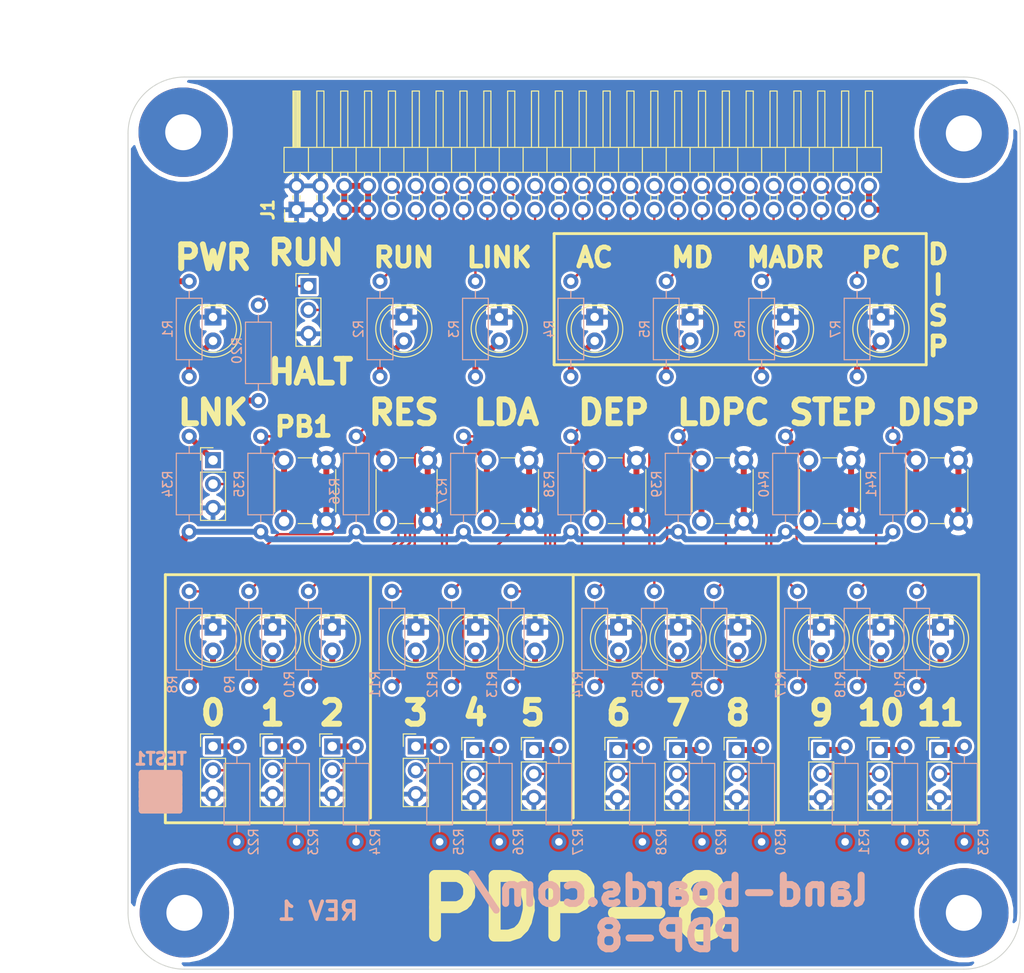
<source format=kicad_pcb>
(kicad_pcb (version 20171130) (host pcbnew "(5.1.5)-3")
  (title_block (title PDP-8) (date 2021-04-18) (rev 1) (company land-boards.com))
  (layers (0 F.Cu signal) (31 B.Cu signal) (36 B.SilkS user) (37 F.SilkS user) (38 B.Mask user hide) (39 F.Mask user) (44 Edge.Cuts user))
  (net 0 "")
  (net 1 GND)
  (net 2 +5V)
  (net 3 /PB1)
  (net 4 /LINKLED)
  (net 5 /RUNLED)
  (net 6 /DS0)
  (net 7 /SS0)
  (net 8 /DS1)
  (net 9 /SS1)
  (net 10 /DS2)
  (net 11 /SS2)
  (net 12 /DS3)
  (net 13 /DS4)
  (net 14 /SS3)
  (net 15 /SS4)
  (net 16 /DS5)
  (net 17 /SS5)
  (net 18 /DS6)
  (net 19 /SS6)
  (net 20 /DS7)
  (net 21 /SS7)
  (net 22 /DS8)
  (net 23 /SS8)
  (net 24 /DS9)
  (net 25 /SS9)
  (net 26 /DS10)
  (net 27 /SS10)
  (net 28 /DS11)
  (net 29 /SS11)
  (net 30 /P5)
  (net 31 /RESETPB)
  (net 32 /LDACCPB)
  (net 33 /DISACCLED)
  (net 34 /DEPOSITPB)
  (net 35 /DISMBLED)
  (net 36 /PDPCPB)
  (net 37 /DISMADRLED)
  (net 38 /STEPPB)
  (net 39 /DISPCLED)
  (net 40 /DISPPB)
  (net 41 /RUN5)
  (net 42 /SS0-5)
  (net 43 /SS1-5)
  (net 44 /SS2-5)
  (net 45 /SS3-5)
  (net 46 /SS4-5)
  (net 47 /SS5-5)
  (net 48 /SS6-5)
  (net 49 /SS7-5)
  (net 50 /SS8-5)
  (net 51 /SS9-5)
  (net 52 /SS10-5)
  (net 53 /SS11-5)
  (net 54 /LINK5)
  (net 55 /DRNR)
  (net 56 /DLNR)
  (net 57 /DACR)
  (net 58 /DMBR)
  (net 59 /DMAR)
  (net 60 /DPCR)
  (net 61 /DS0R)
  (net 62 /DS1R)
  (net 63 /DS2R)
  (net 64 /DS3R)
  (net 65 /DS4R)
  (net 66 /DS5R)
  (net 67 /DS6R)
  (net 68 /DS7R)
  (net 69 /DS8R)
  (net 70 /DS9R)
  (net 71 /DS10R)
  (net 72 /DS11R)
  (net 73 /RUNSS)
  (net 74 /LINKSS)
  (module Resistor_THT:R_Axial_DIN0207_L6.3mm_D2.5mm_P10.16mm_Horizontal (layer B.Cu) (at 77.47 91.44 90)
    (fp_text reference R30 (at 0 2.032 270) (layer B.SilkS) (effects (justify mirror)))
    (fp_text value 10K)
    (pad 2 thru_hole oval (at 10.16 0 90) (size 1.6 1.6) (drill 0.8) (layers *.Cu *.Mask) (net 50 /SS8-5))
    (pad 1 thru_hole circle (at 0 0 90) (size 1.6 1.6) (drill 0.8) (layers *.Cu *.Mask) (net 2 +5V))
  )
  (module LandBoards_MountHoles:MTG-6-32 (layer F.Cu) (at 15.875 15.875)
    (fp_text reference MTG1 hide)
    (fp_text value MTG_HOLE hide)
    (pad 1 thru_hole circle (at 0 0) (size 9.525 9.525) (drill 3.8354) (layers *.Cu *.Mask) (clearance 0.508))
  )
  (module LandBoards_MountHoles:MTG-6-32 (layer F.Cu) (at 99 99)
    (fp_text reference MTG2 hide)
    (fp_text value MTG_HOLE hide)
    (pad 1 thru_hole circle (at 0 0) (size 9.525 9.525) (drill 3.8354) (layers *.Cu *.Mask) (clearance 0.508))
  )
  (module LandBoards_MountHoles:MTG-6-32 (layer F.Cu) (at 16 99)
    (fp_text reference MTG3 hide)
    (fp_text value MTG_HOLE hide)
    (pad 1 thru_hole circle (at 0 0) (size 9.525 9.525) (drill 3.8354) (layers *.Cu *.Mask) (clearance 0.508))
  )
  (module LandBoards_MountHoles:MTG-6-32 (layer F.Cu) (at 99 16)
    (fp_text reference MTG?1 hide)
    (fp_text value MTG_HOLE hide)
    (pad 1 thru_hole circle (at 0 0) (size 9.525 9.525) (drill 3.8354) (layers *.Cu *.Mask) (clearance 0.508))
  )
  (module LandBoards_Marking:TEST_BLK-REAR (layer F.Cu) (at 13.462 86.106)
    (fp_text reference TEST1 (at 0 -3.5) (layer B.SilkS) (effects (font (size 1.27 1.27) (thickness 0.3175)) (justify mirror)))
    (fp_text value COUPON hide)
  )
  (module LED_THT:LED_D5.0mm (layer F.Cu) (at 96.52 68.58 270)
    (fp_text reference D19 hide)
    (fp_text value LED-fixed)
    (pad 2 thru_hole circle (at 2.54 0 270) (size 1.8 1.8) (drill 0.9) (layers *.Cu *.Mask) (net 72 /DS11R))
    (pad 1 thru_hole rect (at 0 0 270) (size 1.8 1.8) (drill 0.9) (layers *.Cu *.Mask) (net 1 GND))
  )
  (module LED_THT:LED_D5.0mm (layer F.Cu) (at 90.17 68.58 270)
    (fp_text reference D18 hide)
    (fp_text value LED-fixed)
    (pad 1 thru_hole rect (at 0 0 270) (size 1.8 1.8) (drill 0.9) (layers *.Cu *.Mask) (net 1 GND))
    (pad 2 thru_hole circle (at 2.54 0 270) (size 1.8 1.8) (drill 0.9) (layers *.Cu *.Mask) (net 71 /DS10R))
  )
  (module LED_THT:LED_D5.0mm (layer F.Cu) (at 83.82 68.58 270)
    (fp_text reference D17 hide)
    (fp_text value LED-fixed)
    (pad 1 thru_hole rect (at 0 0 270) (size 1.8 1.8) (drill 0.9) (layers *.Cu *.Mask) (net 1 GND))
    (pad 2 thru_hole circle (at 2.54 0 270) (size 1.8 1.8) (drill 0.9) (layers *.Cu *.Mask) (net 70 /DS9R))
  )
  (module LED_THT:LED_D5.0mm (layer F.Cu) (at 74.93 68.58 270)
    (fp_text reference D16 hide)
    (fp_text value LED-fixed)
    (pad 2 thru_hole circle (at 2.54 0 270) (size 1.8 1.8) (drill 0.9) (layers *.Cu *.Mask) (net 69 /DS8R))
    (pad 1 thru_hole rect (at 0 0 270) (size 1.8 1.8) (drill 0.9) (layers *.Cu *.Mask) (net 1 GND))
  )
  (module LED_THT:LED_D5.0mm (layer F.Cu) (at 68.58 68.58 270)
    (fp_text reference D15 hide)
    (fp_text value LED-fixed)
    (pad 1 thru_hole rect (at 0 0 270) (size 1.8 1.8) (drill 0.9) (layers *.Cu *.Mask) (net 1 GND))
    (pad 2 thru_hole circle (at 2.54 0 270) (size 1.8 1.8) (drill 0.9) (layers *.Cu *.Mask) (net 68 /DS7R))
  )
  (module LED_THT:LED_D5.0mm (layer F.Cu) (at 62.23 68.58 270)
    (fp_text reference D14 hide)
    (fp_text value LED-fixed)
    (pad 2 thru_hole circle (at 2.54 0 270) (size 1.8 1.8) (drill 0.9) (layers *.Cu *.Mask) (net 67 /DS6R))
    (pad 1 thru_hole rect (at 0 0 270) (size 1.8 1.8) (drill 0.9) (layers *.Cu *.Mask) (net 1 GND))
  )
  (module LED_THT:LED_D5.0mm (layer F.Cu) (at 53.34 68.58 270)
    (fp_text reference D13 hide)
    (fp_text value LED-fixed)
    (pad 1 thru_hole rect (at 0 0 270) (size 1.8 1.8) (drill 0.9) (layers *.Cu *.Mask) (net 1 GND))
    (pad 2 thru_hole circle (at 2.54 0 270) (size 1.8 1.8) (drill 0.9) (layers *.Cu *.Mask) (net 66 /DS5R))
  )
  (module LED_THT:LED_D5.0mm (layer F.Cu) (at 46.99 68.58 270)
    (fp_text reference D12 hide)
    (fp_text value LED-fixed)
    (pad 2 thru_hole circle (at 2.54 0 270) (size 1.8 1.8) (drill 0.9) (layers *.Cu *.Mask) (net 65 /DS4R))
    (pad 1 thru_hole rect (at 0 0 270) (size 1.8 1.8) (drill 0.9) (layers *.Cu *.Mask) (net 1 GND))
  )
  (module Resistor_THT:R_Axial_DIN0207_L6.3mm_D2.5mm_P10.16mm_Horizontal (layer B.Cu) (at 49.53 91.44 90)
    (fp_text reference R26 (at 0 2.032 270) (layer B.SilkS) (effects (justify mirror)))
    (fp_text value 10K)
    (pad 1 thru_hole circle (at 0 0 90) (size 1.6 1.6) (drill 0.8) (layers *.Cu *.Mask) (net 2 +5V))
    (pad 2 thru_hole oval (at 10.16 0 90) (size 1.6 1.6) (drill 0.8) (layers *.Cu *.Mask) (net 46 /SS4-5))
  )
  (module Resistor_THT:R_Axial_DIN0207_L6.3mm_D2.5mm_P10.16mm_Horizontal (layer B.Cu) (at 55.88 91.44 90)
    (fp_text reference R27 (at 0 2.032 270) (layer B.SilkS) (effects (justify mirror)))
    (fp_text value 10K)
    (pad 1 thru_hole circle (at 0 0 90) (size 1.6 1.6) (drill 0.8) (layers *.Cu *.Mask) (net 2 +5V))
    (pad 2 thru_hole oval (at 10.16 0 90) (size 1.6 1.6) (drill 0.8) (layers *.Cu *.Mask) (net 47 /SS5-5))
  )
  (module Resistor_THT:R_Axial_DIN0207_L6.3mm_D2.5mm_P10.16mm_Horizontal (layer B.Cu) (at 64.77 91.44 90)
    (fp_text reference R28 (at 0 2.032 270) (layer B.SilkS) (effects (justify mirror)))
    (fp_text value 10K)
    (pad 2 thru_hole oval (at 10.16 0 90) (size 1.6 1.6) (drill 0.8) (layers *.Cu *.Mask) (net 48 /SS6-5))
    (pad 1 thru_hole circle (at 0 0 90) (size 1.6 1.6) (drill 0.8) (layers *.Cu *.Mask) (net 2 +5V))
  )
  (module Resistor_THT:R_Axial_DIN0207_L6.3mm_D2.5mm_P10.16mm_Horizontal (layer B.Cu) (at 71.12 91.44 90)
    (fp_text reference R29 (at 0 2.032 270) (layer B.SilkS) (effects (justify mirror)))
    (fp_text value 10K)
    (pad 1 thru_hole circle (at 0 0 90) (size 1.6 1.6) (drill 0.8) (layers *.Cu *.Mask) (net 2 +5V))
    (pad 2 thru_hole oval (at 10.16 0 90) (size 1.6 1.6) (drill 0.8) (layers *.Cu *.Mask) (net 49 /SS7-5))
  )
  (module Resistor_THT:R_Axial_DIN0207_L6.3mm_D2.5mm_P10.16mm_Horizontal (layer B.Cu) (at 86.36 91.44 90)
    (fp_text reference R31 (at 0 2.032 270) (layer B.SilkS) (effects (justify mirror)))
    (fp_text value 10K)
    (pad 2 thru_hole oval (at 10.16 0 90) (size 1.6 1.6) (drill 0.8) (layers *.Cu *.Mask) (net 51 /SS9-5))
    (pad 1 thru_hole circle (at 0 0 90) (size 1.6 1.6) (drill 0.8) (layers *.Cu *.Mask) (net 2 +5V))
  )
  (module Resistor_THT:R_Axial_DIN0207_L6.3mm_D2.5mm_P10.16mm_Horizontal (layer B.Cu) (at 92.71 91.44 90)
    (fp_text reference R32 (at 0 2.032 270) (layer B.SilkS) (effects (justify mirror)))
    (fp_text value 10K)
    (pad 1 thru_hole circle (at 0 0 90) (size 1.6 1.6) (drill 0.8) (layers *.Cu *.Mask) (net 2 +5V))
    (pad 2 thru_hole oval (at 10.16 0 90) (size 1.6 1.6) (drill 0.8) (layers *.Cu *.Mask) (net 52 /SS10-5))
  )
  (module Resistor_THT:R_Axial_DIN0207_L6.3mm_D2.5mm_P10.16mm_Horizontal (layer B.Cu) (at 99.06 91.44 90)
    (fp_text reference R33 (at 0 2.032 270) (layer B.SilkS) (effects (justify mirror)))
    (fp_text value 10K)
    (pad 2 thru_hole oval (at 10.16 0 90) (size 1.6 1.6) (drill 0.8) (layers *.Cu *.Mask) (net 53 /SS11-5))
    (pad 1 thru_hole circle (at 0 0 90) (size 1.6 1.6) (drill 0.8) (layers *.Cu *.Mask) (net 2 +5V))
  )
  (module Resistor_THT:R_Axial_DIN0207_L6.3mm_D2.5mm_P10.16mm_Horizontal (layer B.Cu) (at 24.13 58.42 90)
    (fp_text reference R35 (at 5.08 -2.286 270) (layer B.SilkS) (effects (justify mirror)))
    (fp_text value 10K)
    (pad 2 thru_hole oval (at 10.16 0 90) (size 1.6 1.6) (drill 0.8) (layers *.Cu *.Mask) (net 3 /PB1))
    (pad 1 thru_hole circle (at 0 0 90) (size 1.6 1.6) (drill 0.8) (layers *.Cu *.Mask) (net 2 +5V))
  )
  (module Resistor_THT:R_Axial_DIN0207_L6.3mm_D2.5mm_P10.16mm_Horizontal (layer B.Cu) (at 34.29 58.42 90)
    (fp_text reference R36 (at 4.318 -2.286 270) (layer B.SilkS) (effects (justify mirror)))
    (fp_text value 10K)
    (pad 1 thru_hole circle (at 0 0 90) (size 1.6 1.6) (drill 0.8) (layers *.Cu *.Mask) (net 2 +5V))
    (pad 2 thru_hole oval (at 10.16 0 90) (size 1.6 1.6) (drill 0.8) (layers *.Cu *.Mask) (net 31 /RESETPB))
  )
  (module Resistor_THT:R_Axial_DIN0207_L6.3mm_D2.5mm_P10.16mm_Horizontal (layer B.Cu) (at 45.72 58.42 90)
    (fp_text reference R37 (at 4.318 -2.286 270) (layer B.SilkS) (effects (justify mirror)))
    (fp_text value 10K)
    (pad 2 thru_hole oval (at 10.16 0 90) (size 1.6 1.6) (drill 0.8) (layers *.Cu *.Mask) (net 32 /LDACCPB))
    (pad 1 thru_hole circle (at 0 0 90) (size 1.6 1.6) (drill 0.8) (layers *.Cu *.Mask) (net 2 +5V))
  )
  (module Resistor_THT:R_Axial_DIN0207_L6.3mm_D2.5mm_P10.16mm_Horizontal (layer B.Cu) (at 57.15 58.42 90)
    (fp_text reference R38 (at 5.08 -2.286 270) (layer B.SilkS) (effects (justify mirror)))
    (fp_text value 10K)
    (pad 1 thru_hole circle (at 0 0 90) (size 1.6 1.6) (drill 0.8) (layers *.Cu *.Mask) (net 2 +5V))
    (pad 2 thru_hole oval (at 10.16 0 90) (size 1.6 1.6) (drill 0.8) (layers *.Cu *.Mask) (net 34 /DEPOSITPB))
  )
  (module Resistor_THT:R_Axial_DIN0207_L6.3mm_D2.5mm_P10.16mm_Horizontal (layer B.Cu) (at 68.58 58.42 90)
    (fp_text reference R39 (at 5.08 -2.286 270) (layer B.SilkS) (effects (justify mirror)))
    (fp_text value 10K)
    (pad 2 thru_hole oval (at 10.16 0 90) (size 1.6 1.6) (drill 0.8) (layers *.Cu *.Mask) (net 36 /PDPCPB))
    (pad 1 thru_hole circle (at 0 0 90) (size 1.6 1.6) (drill 0.8) (layers *.Cu *.Mask) (net 2 +5V))
  )
  (module Resistor_THT:R_Axial_DIN0207_L6.3mm_D2.5mm_P10.16mm_Horizontal (layer B.Cu) (at 80.01 58.42 90)
    (fp_text reference R40 (at 5.08 -2.286 270) (layer B.SilkS) (effects (justify mirror)))
    (fp_text value 10K)
    (pad 1 thru_hole circle (at 0 0 90) (size 1.6 1.6) (drill 0.8) (layers *.Cu *.Mask) (net 2 +5V))
    (pad 2 thru_hole oval (at 10.16 0 90) (size 1.6 1.6) (drill 0.8) (layers *.Cu *.Mask) (net 38 /STEPPB))
  )
  (module Resistor_THT:R_Axial_DIN0207_L6.3mm_D2.5mm_P10.16mm_Horizontal (layer B.Cu) (at 91.44 58.42 90)
    (fp_text reference R41 (at 5.08 -2.286 270) (layer B.SilkS) (effects (justify mirror)))
    (fp_text value 10K)
    (pad 2 thru_hole oval (at 10.16 0 90) (size 1.6 1.6) (drill 0.8) (layers *.Cu *.Mask) (net 40 /DISPPB))
    (pad 1 thru_hole circle (at 0 0 90) (size 1.6 1.6) (drill 0.8) (layers *.Cu *.Mask) (net 2 +5V))
  )
  (module Resistor_THT:R_Axial_DIN0207_L6.3mm_D2.5mm_P10.16mm_Horizontal (layer B.Cu) (at 93.98 74.93 90)
    (fp_text reference R19 (at 0.254 -1.778 270) (layer B.SilkS) (effects (justify mirror)))
    (fp_text value 1K)
    (pad 1 thru_hole circle (at 0 0 90) (size 1.6 1.6) (drill 0.8) (layers *.Cu *.Mask) (net 72 /DS11R))
    (pad 2 thru_hole oval (at 10.16 0 90) (size 1.6 1.6) (drill 0.8) (layers *.Cu *.Mask) (net 28 /DS11))
  )
  (module Resistor_THT:R_Axial_DIN0207_L6.3mm_D2.5mm_P10.16mm_Horizontal (layer B.Cu) (at 87.63 74.93 90)
    (fp_text reference R18 (at 0.254 -1.778 270) (layer B.SilkS) (effects (justify mirror)))
    (fp_text value 1K)
    (pad 2 thru_hole oval (at 10.16 0 90) (size 1.6 1.6) (drill 0.8) (layers *.Cu *.Mask) (net 26 /DS10))
    (pad 1 thru_hole circle (at 0 0 90) (size 1.6 1.6) (drill 0.8) (layers *.Cu *.Mask) (net 71 /DS10R))
  )
  (module Resistor_THT:R_Axial_DIN0207_L6.3mm_D2.5mm_P10.16mm_Horizontal (layer B.Cu) (at 81.28 74.93 90)
    (fp_text reference R17 (at 0.254 -1.778 270) (layer B.SilkS) (effects (justify mirror)))
    (fp_text value 1K)
    (pad 1 thru_hole circle (at 0 0 90) (size 1.6 1.6) (drill 0.8) (layers *.Cu *.Mask) (net 70 /DS9R))
    (pad 2 thru_hole oval (at 10.16 0 90) (size 1.6 1.6) (drill 0.8) (layers *.Cu *.Mask) (net 24 /DS9))
  )
  (module Resistor_THT:R_Axial_DIN0207_L6.3mm_D2.5mm_P10.16mm_Horizontal (layer B.Cu) (at 72.39 74.93 90)
    (fp_text reference R16 (at 0.254 -1.778 270) (layer B.SilkS) (effects (justify mirror)))
    (fp_text value 1K)
    (pad 2 thru_hole oval (at 10.16 0 90) (size 1.6 1.6) (drill 0.8) (layers *.Cu *.Mask) (net 22 /DS8))
    (pad 1 thru_hole circle (at 0 0 90) (size 1.6 1.6) (drill 0.8) (layers *.Cu *.Mask) (net 69 /DS8R))
  )
  (module Resistor_THT:R_Axial_DIN0207_L6.3mm_D2.5mm_P10.16mm_Horizontal (layer B.Cu) (at 66.04 74.93 90)
    (fp_text reference R15 (at 0.254 -1.778 270) (layer B.SilkS) (effects (justify mirror)))
    (fp_text value 1K)
    (pad 1 thru_hole circle (at 0 0 90) (size 1.6 1.6) (drill 0.8) (layers *.Cu *.Mask) (net 68 /DS7R))
    (pad 2 thru_hole oval (at 10.16 0 90) (size 1.6 1.6) (drill 0.8) (layers *.Cu *.Mask) (net 20 /DS7))
  )
  (module Resistor_THT:R_Axial_DIN0207_L6.3mm_D2.5mm_P10.16mm_Horizontal (layer B.Cu) (at 59.69 74.93 90)
    (fp_text reference R14 (at 0.254 -1.778 270) (layer B.SilkS) (effects (justify mirror)))
    (fp_text value 1K)
    (pad 2 thru_hole oval (at 10.16 0 90) (size 1.6 1.6) (drill 0.8) (layers *.Cu *.Mask) (net 18 /DS6))
    (pad 1 thru_hole circle (at 0 0 90) (size 1.6 1.6) (drill 0.8) (layers *.Cu *.Mask) (net 67 /DS6R))
  )
  (module Resistor_THT:R_Axial_DIN0207_L6.3mm_D2.5mm_P10.16mm_Horizontal (layer B.Cu) (at 50.8 74.93 90)
    (fp_text reference R13 (at 0.254 -2.032 270) (layer B.SilkS) (effects (justify mirror)))
    (fp_text value 1K)
    (pad 1 thru_hole circle (at 0 0 90) (size 1.6 1.6) (drill 0.8) (layers *.Cu *.Mask) (net 66 /DS5R))
    (pad 2 thru_hole oval (at 10.16 0 90) (size 1.6 1.6) (drill 0.8) (layers *.Cu *.Mask) (net 16 /DS5))
  )
  (module Resistor_THT:R_Axial_DIN0207_L6.3mm_D2.5mm_P10.16mm_Horizontal (layer B.Cu) (at 44.45 74.93 90)
    (fp_text reference R12 (at 0.254 -2.032 270) (layer B.SilkS) (effects (justify mirror)))
    (fp_text value 1K)
    (pad 2 thru_hole oval (at 10.16 0 90) (size 1.6 1.6) (drill 0.8) (layers *.Cu *.Mask) (net 13 /DS4))
    (pad 1 thru_hole circle (at 0 0 90) (size 1.6 1.6) (drill 0.8) (layers *.Cu *.Mask) (net 65 /DS4R))
  )
  (module Connector_PinHeader_2.54mm:PinHeader_1x03_P2.54mm_Vertical (layer F.Cu) (at 46.863 81.661)
    (fp_text reference SW7 hide)
    (fp_text value SW_SPDT)
    (pad 3 thru_hole oval (at 0 5.08) (size 1.7 1.7) (drill 1) (layers *.Cu *.Mask) (net 1 GND))
    (pad 2 thru_hole oval (at 0 2.54) (size 1.7 1.7) (drill 1) (layers *.Cu *.Mask) (net 15 /SS4))
    (pad 1 thru_hole rect (at 0 0) (size 1.7 1.7) (drill 1) (layers *.Cu *.Mask) (net 46 /SS4-5))
  )
  (module Connector_PinHeader_2.54mm:PinHeader_1x03_P2.54mm_Vertical (layer F.Cu) (at 53.213 81.661)
    (fp_text reference SW8 hide)
    (fp_text value SW_SPDT)
    (pad 1 thru_hole rect (at 0 0) (size 1.7 1.7) (drill 1) (layers *.Cu *.Mask) (net 47 /SS5-5))
    (pad 2 thru_hole oval (at 0 2.54) (size 1.7 1.7) (drill 1) (layers *.Cu *.Mask) (net 17 /SS5))
    (pad 3 thru_hole oval (at 0 5.08) (size 1.7 1.7) (drill 1) (layers *.Cu *.Mask) (net 1 GND))
  )
  (module Connector_PinHeader_2.54mm:PinHeader_1x03_P2.54mm_Vertical (layer F.Cu) (at 62.103 81.661)
    (fp_text reference SW9 hide)
    (fp_text value SW_SPDT)
    (pad 3 thru_hole oval (at 0 5.08) (size 1.7 1.7) (drill 1) (layers *.Cu *.Mask) (net 1 GND))
    (pad 2 thru_hole oval (at 0 2.54) (size 1.7 1.7) (drill 1) (layers *.Cu *.Mask) (net 19 /SS6))
    (pad 1 thru_hole rect (at 0 0) (size 1.7 1.7) (drill 1) (layers *.Cu *.Mask) (net 48 /SS6-5))
  )
  (module Connector_PinHeader_2.54mm:PinHeader_1x03_P2.54mm_Vertical (layer F.Cu) (at 68.453 81.661)
    (fp_text reference SW10 hide)
    (fp_text value SW_SPDT)
    (pad 1 thru_hole rect (at 0 0) (size 1.7 1.7) (drill 1) (layers *.Cu *.Mask) (net 49 /SS7-5))
    (pad 2 thru_hole oval (at 0 2.54) (size 1.7 1.7) (drill 1) (layers *.Cu *.Mask) (net 21 /SS7))
    (pad 3 thru_hole oval (at 0 5.08) (size 1.7 1.7) (drill 1) (layers *.Cu *.Mask) (net 1 GND))
  )
  (module Connector_PinHeader_2.54mm:PinHeader_1x03_P2.54mm_Vertical (layer F.Cu) (at 74.803 81.661)
    (fp_text reference SW11 hide)
    (fp_text value SW_SPDT)
    (pad 3 thru_hole oval (at 0 5.08) (size 1.7 1.7) (drill 1) (layers *.Cu *.Mask) (net 1 GND))
    (pad 2 thru_hole oval (at 0 2.54) (size 1.7 1.7) (drill 1) (layers *.Cu *.Mask) (net 23 /SS8))
    (pad 1 thru_hole rect (at 0 0) (size 1.7 1.7) (drill 1) (layers *.Cu *.Mask) (net 50 /SS8-5))
  )
  (module Connector_PinHeader_2.54mm:PinHeader_1x03_P2.54mm_Vertical (layer F.Cu) (at 83.82 81.661)
    (fp_text reference SW12 hide)
    (fp_text value SW_SPDT)
    (pad 1 thru_hole rect (at 0 0) (size 1.7 1.7) (drill 1) (layers *.Cu *.Mask) (net 51 /SS9-5))
    (pad 2 thru_hole oval (at 0 2.54) (size 1.7 1.7) (drill 1) (layers *.Cu *.Mask) (net 25 /SS9))
    (pad 3 thru_hole oval (at 0 5.08) (size 1.7 1.7) (drill 1) (layers *.Cu *.Mask) (net 1 GND))
  )
  (module Connector_PinHeader_2.54mm:PinHeader_1x03_P2.54mm_Vertical (layer F.Cu) (at 90.043 81.661)
    (fp_text reference SW13 hide)
    (fp_text value SW_SPDT)
    (pad 3 thru_hole oval (at 0 5.08) (size 1.7 1.7) (drill 1) (layers *.Cu *.Mask) (net 1 GND))
    (pad 2 thru_hole oval (at 0 2.54) (size 1.7 1.7) (drill 1) (layers *.Cu *.Mask) (net 27 /SS10))
    (pad 1 thru_hole rect (at 0 0) (size 1.7 1.7) (drill 1) (layers *.Cu *.Mask) (net 52 /SS10-5))
  )
  (module Connector_PinHeader_2.54mm:PinHeader_1x03_P2.54mm_Vertical (layer F.Cu) (at 96.393 81.661)
    (fp_text reference SW14 hide)
    (fp_text value SW_SPDT)
    (pad 1 thru_hole rect (at 0 0) (size 1.7 1.7) (drill 1) (layers *.Cu *.Mask) (net 53 /SS11-5))
    (pad 2 thru_hole oval (at 0 2.54) (size 1.7 1.7) (drill 1) (layers *.Cu *.Mask) (net 29 /SS11))
    (pad 3 thru_hole oval (at 0 5.08) (size 1.7 1.7) (drill 1) (layers *.Cu *.Mask) (net 1 GND))
  )
  (module Button_Switch_THT:SW_PUSH_6mm_H8.5mm (layer F.Cu) (at 31.115 50.8 270)
    (fp_text reference SW15 hide)
    (fp_text value SW_Push)
    (pad 1 thru_hole circle (at 6.5 0) (size 2 2) (drill 1.1) (layers *.Cu *.Mask) (net 1 GND))
    (pad 2 thru_hole circle (at 6.5 4.5) (size 2 2) (drill 1.1) (layers *.Cu *.Mask) (net 3 /PB1))
    (pad 1 thru_hole circle (at 0 0) (size 2 2) (drill 1.1) (layers *.Cu *.Mask) (net 1 GND))
    (pad 2 thru_hole circle (at 0 4.5) (size 2 2) (drill 1.1) (layers *.Cu *.Mask) (net 3 /PB1))
  )
  (module Button_Switch_THT:SW_PUSH_6mm_H8.5mm (layer F.Cu) (at 41.91 50.8 270)
    (fp_text reference SW16 hide)
    (fp_text value SW_Push)
    (pad 2 thru_hole circle (at 0 4.5) (size 2 2) (drill 1.1) (layers *.Cu *.Mask) (net 31 /RESETPB))
    (pad 1 thru_hole circle (at 0 0) (size 2 2) (drill 1.1) (layers *.Cu *.Mask) (net 1 GND))
    (pad 2 thru_hole circle (at 6.5 4.5) (size 2 2) (drill 1.1) (layers *.Cu *.Mask) (net 31 /RESETPB))
    (pad 1 thru_hole circle (at 6.5 0) (size 2 2) (drill 1.1) (layers *.Cu *.Mask) (net 1 GND))
  )
  (module Button_Switch_THT:SW_PUSH_6mm_H8.5mm (layer F.Cu) (at 52.705 50.8 270)
    (fp_text reference SW17 hide)
    (fp_text value SW_Push)
    (pad 1 thru_hole circle (at 6.5 0) (size 2 2) (drill 1.1) (layers *.Cu *.Mask) (net 1 GND))
    (pad 2 thru_hole circle (at 6.5 4.5) (size 2 2) (drill 1.1) (layers *.Cu *.Mask) (net 32 /LDACCPB))
    (pad 1 thru_hole circle (at 0 0) (size 2 2) (drill 1.1) (layers *.Cu *.Mask) (net 1 GND))
    (pad 2 thru_hole circle (at 0 4.5) (size 2 2) (drill 1.1) (layers *.Cu *.Mask) (net 32 /LDACCPB))
  )
  (module Button_Switch_THT:SW_PUSH_6mm_H8.5mm (layer F.Cu) (at 64.135 50.8 270)
    (fp_text reference SW18 hide)
    (fp_text value SW_Push)
    (pad 2 thru_hole circle (at 0 4.5) (size 2 2) (drill 1.1) (layers *.Cu *.Mask) (net 34 /DEPOSITPB))
    (pad 1 thru_hole circle (at 0 0) (size 2 2) (drill 1.1) (layers *.Cu *.Mask) (net 1 GND))
    (pad 2 thru_hole circle (at 6.5 4.5) (size 2 2) (drill 1.1) (layers *.Cu *.Mask) (net 34 /DEPOSITPB))
    (pad 1 thru_hole circle (at 6.5 0) (size 2 2) (drill 1.1) (layers *.Cu *.Mask) (net 1 GND))
  )
  (module Button_Switch_THT:SW_PUSH_6mm_H8.5mm (layer F.Cu) (at 75.565 50.8 270)
    (fp_text reference SW19 hide)
    (fp_text value SW_Push)
    (pad 1 thru_hole circle (at 6.5 0) (size 2 2) (drill 1.1) (layers *.Cu *.Mask) (net 1 GND))
    (pad 2 thru_hole circle (at 6.5 4.5) (size 2 2) (drill 1.1) (layers *.Cu *.Mask) (net 36 /PDPCPB))
    (pad 1 thru_hole circle (at 0 0) (size 2 2) (drill 1.1) (layers *.Cu *.Mask) (net 1 GND))
    (pad 2 thru_hole circle (at 0 4.5) (size 2 2) (drill 1.1) (layers *.Cu *.Mask) (net 36 /PDPCPB))
  )
  (module Button_Switch_THT:SW_PUSH_6mm_H8.5mm (layer F.Cu) (at 86.995 50.8 270)
    (fp_text reference SW20 hide)
    (fp_text value SW_Push)
    (pad 2 thru_hole circle (at 0 4.5) (size 2 2) (drill 1.1) (layers *.Cu *.Mask) (net 38 /STEPPB))
    (pad 1 thru_hole circle (at 0 0) (size 2 2) (drill 1.1) (layers *.Cu *.Mask) (net 1 GND))
    (pad 2 thru_hole circle (at 6.5 4.5) (size 2 2) (drill 1.1) (layers *.Cu *.Mask) (net 38 /STEPPB))
    (pad 1 thru_hole circle (at 6.5 0) (size 2 2) (drill 1.1) (layers *.Cu *.Mask) (net 1 GND))
  )
  (module Button_Switch_THT:SW_PUSH_6mm_H8.5mm (layer F.Cu) (at 98.425 50.8 270)
    (fp_text reference SW21 hide)
    (fp_text value SW_Push)
    (pad 1 thru_hole circle (at 6.5 0) (size 2 2) (drill 1.1) (layers *.Cu *.Mask) (net 1 GND))
    (pad 2 thru_hole circle (at 6.5 4.5) (size 2 2) (drill 1.1) (layers *.Cu *.Mask) (net 40 /DISPPB))
    (pad 1 thru_hole circle (at 0 0) (size 2 2) (drill 1.1) (layers *.Cu *.Mask) (net 1 GND))
    (pad 2 thru_hole circle (at 0 4.5) (size 2 2) (drill 1.1) (layers *.Cu *.Mask) (net 40 /DISPPB))
  )
  (module LED_THT:LED_D5.0mm (layer F.Cu) (at 40.64 68.58 270)
    (fp_text reference D11 hide)
    (fp_text value LED-fixed)
    (pad 1 thru_hole rect (at 0 0 270) (size 1.8 1.8) (drill 0.9) (layers *.Cu *.Mask) (net 1 GND))
    (pad 2 thru_hole circle (at 2.54 0 270) (size 1.8 1.8) (drill 0.9) (layers *.Cu *.Mask) (net 64 /DS3R))
  )
  (module LED_THT:LED_D5.0mm (layer F.Cu) (at 31.75 68.58 270)
    (fp_text reference D10 hide)
    (fp_text value LED-fixed)
    (pad 2 thru_hole circle (at 2.54 0 270) (size 1.8 1.8) (drill 0.9) (layers *.Cu *.Mask) (net 63 /DS2R))
    (pad 1 thru_hole rect (at 0 0 270) (size 1.8 1.8) (drill 0.9) (layers *.Cu *.Mask) (net 1 GND))
  )
  (module LED_THT:LED_D5.0mm (layer F.Cu) (at 25.4 68.58 270)
    (fp_text reference D9 hide)
    (fp_text value LED-fixed)
    (pad 1 thru_hole rect (at 0 0 270) (size 1.8 1.8) (drill 0.9) (layers *.Cu *.Mask) (net 1 GND))
    (pad 2 thru_hole circle (at 2.54 0 270) (size 1.8 1.8) (drill 0.9) (layers *.Cu *.Mask) (net 62 /DS1R))
  )
  (module LED_THT:LED_D5.0mm (layer F.Cu) (at 19.05 68.58 270)
    (fp_text reference D8 hide)
    (fp_text value LED-fixed)
    (pad 2 thru_hole circle (at 2.54 0 270) (size 1.8 1.8) (drill 0.9) (layers *.Cu *.Mask) (net 61 /DS0R))
    (pad 1 thru_hole rect (at 0 0 270) (size 1.8 1.8) (drill 0.9) (layers *.Cu *.Mask) (net 1 GND))
  )
  (module Resistor_THT:R_Axial_DIN0207_L6.3mm_D2.5mm_P10.16mm_Horizontal (layer B.Cu) (at 43.18 91.44 90)
    (fp_text reference R25 (at 0 2.032 270) (layer B.SilkS) (effects (justify mirror)))
    (fp_text value 10K)
    (pad 1 thru_hole circle (at 0 0 90) (size 1.6 1.6) (drill 0.8) (layers *.Cu *.Mask) (net 2 +5V))
    (pad 2 thru_hole oval (at 10.16 0 90) (size 1.6 1.6) (drill 0.8) (layers *.Cu *.Mask) (net 45 /SS3-5))
  )
  (module Resistor_THT:R_Axial_DIN0207_L6.3mm_D2.5mm_P10.16mm_Horizontal (layer B.Cu) (at 34.29 91.44 90)
    (fp_text reference R24 (at 0 2.032 270) (layer B.SilkS) (effects (justify mirror)))
    (fp_text value 10K)
    (pad 2 thru_hole oval (at 10.16 0 90) (size 1.6 1.6) (drill 0.8) (layers *.Cu *.Mask) (net 44 /SS2-5))
    (pad 1 thru_hole circle (at 0 0 90) (size 1.6 1.6) (drill 0.8) (layers *.Cu *.Mask) (net 2 +5V))
  )
  (module Resistor_THT:R_Axial_DIN0207_L6.3mm_D2.5mm_P10.16mm_Horizontal (layer B.Cu) (at 27.94 91.44 90)
    (fp_text reference R23 (at 0 1.778 270) (layer B.SilkS) (effects (justify mirror)))
    (fp_text value 10K)
    (pad 1 thru_hole circle (at 0 0 90) (size 1.6 1.6) (drill 0.8) (layers *.Cu *.Mask) (net 2 +5V))
    (pad 2 thru_hole oval (at 10.16 0 90) (size 1.6 1.6) (drill 0.8) (layers *.Cu *.Mask) (net 43 /SS1-5))
  )
  (module Resistor_THT:R_Axial_DIN0207_L6.3mm_D2.5mm_P10.16mm_Horizontal (layer B.Cu) (at 21.59 91.44 90)
    (fp_text reference R22 (at 0 1.778 270) (layer B.SilkS) (effects (justify mirror)))
    (fp_text value 10K)
    (pad 2 thru_hole oval (at 10.16 0 90) (size 1.6 1.6) (drill 0.8) (layers *.Cu *.Mask) (net 42 /SS0-5))
    (pad 1 thru_hole circle (at 0 0 90) (size 1.6 1.6) (drill 0.8) (layers *.Cu *.Mask) (net 2 +5V))
  )
  (module Resistor_THT:R_Axial_DIN0207_L6.3mm_D2.5mm_P10.16mm_Horizontal (layer B.Cu) (at 38.1 74.93 90)
    (fp_text reference R11 (at 0.254 -1.778 270) (layer B.SilkS) (effects (justify mirror)))
    (fp_text value 1K)
    (pad 1 thru_hole circle (at 0 0 90) (size 1.6 1.6) (drill 0.8) (layers *.Cu *.Mask) (net 64 /DS3R))
    (pad 2 thru_hole oval (at 10.16 0 90) (size 1.6 1.6) (drill 0.8) (layers *.Cu *.Mask) (net 12 /DS3))
  )
  (module Resistor_THT:R_Axial_DIN0207_L6.3mm_D2.5mm_P10.16mm_Horizontal (layer B.Cu) (at 29.21 74.93 90)
    (fp_text reference R10 (at 0.254 -2.032 270) (layer B.SilkS) (effects (justify mirror)))
    (fp_text value 1K)
    (pad 2 thru_hole oval (at 10.16 0 90) (size 1.6 1.6) (drill 0.8) (layers *.Cu *.Mask) (net 10 /DS2))
    (pad 1 thru_hole circle (at 0 0 90) (size 1.6 1.6) (drill 0.8) (layers *.Cu *.Mask) (net 63 /DS2R))
  )
  (module Resistor_THT:R_Axial_DIN0207_L6.3mm_D2.5mm_P10.16mm_Horizontal (layer B.Cu) (at 22.86 74.93 90)
    (fp_text reference R9 (at 0.254 -2.032 270) (layer B.SilkS) (effects (justify mirror)))
    (fp_text value 1K)
    (pad 1 thru_hole circle (at 0 0 90) (size 1.6 1.6) (drill 0.8) (layers *.Cu *.Mask) (net 62 /DS1R))
    (pad 2 thru_hole oval (at 10.16 0 90) (size 1.6 1.6) (drill 0.8) (layers *.Cu *.Mask) (net 8 /DS1))
  )
  (module Resistor_THT:R_Axial_DIN0207_L6.3mm_D2.5mm_P10.16mm_Horizontal (layer B.Cu) (at 16.51 74.93 90)
    (fp_text reference R8 (at 0.254 -1.778 270) (layer B.SilkS) (effects (justify mirror)))
    (fp_text value 1K)
    (pad 2 thru_hole oval (at 10.16 0 90) (size 1.6 1.6) (drill 0.8) (layers *.Cu *.Mask) (net 6 /DS0))
    (pad 1 thru_hole circle (at 0 0 90) (size 1.6 1.6) (drill 0.8) (layers *.Cu *.Mask) (net 61 /DS0R))
  )
  (module Connector_PinHeader_2.54mm:PinHeader_1x03_P2.54mm_Vertical (layer F.Cu) (at 40.64 81.28)
    (fp_text reference SW6 hide)
    (fp_text value SW_SPDT)
    (pad 3 thru_hole oval (at 0 5.08) (size 1.7 1.7) (drill 1) (layers *.Cu *.Mask) (net 1 GND))
    (pad 2 thru_hole oval (at 0 2.54) (size 1.7 1.7) (drill 1) (layers *.Cu *.Mask) (net 14 /SS3))
    (pad 1 thru_hole rect (at 0 0) (size 1.7 1.7) (drill 1) (layers *.Cu *.Mask) (net 45 /SS3-5))
  )
  (module Connector_PinHeader_2.54mm:PinHeader_1x03_P2.54mm_Vertical (layer F.Cu) (at 31.75 81.28)
    (fp_text reference SW5 hide)
    (fp_text value SW_SPDT)
    (pad 1 thru_hole rect (at 0 0) (size 1.7 1.7) (drill 1) (layers *.Cu *.Mask) (net 44 /SS2-5))
    (pad 2 thru_hole oval (at 0 2.54) (size 1.7 1.7) (drill 1) (layers *.Cu *.Mask) (net 11 /SS2))
    (pad 3 thru_hole oval (at 0 5.08) (size 1.7 1.7) (drill 1) (layers *.Cu *.Mask) (net 1 GND))
  )
  (module Connector_PinHeader_2.54mm:PinHeader_1x03_P2.54mm_Vertical (layer F.Cu) (at 25.4 81.28)
    (fp_text reference SW4 hide)
    (fp_text value SW_SPDT)
    (pad 3 thru_hole oval (at 0 5.08) (size 1.7 1.7) (drill 1) (layers *.Cu *.Mask) (net 1 GND))
    (pad 2 thru_hole oval (at 0 2.54) (size 1.7 1.7) (drill 1) (layers *.Cu *.Mask) (net 9 /SS1))
    (pad 1 thru_hole rect (at 0 0) (size 1.7 1.7) (drill 1) (layers *.Cu *.Mask) (net 43 /SS1-5))
  )
  (module Connector_PinHeader_2.54mm:PinHeader_1x03_P2.54mm_Vertical (layer F.Cu) (at 19.05 81.28)
    (fp_text reference SW3 hide)
    (fp_text value SW_SPDT)
    (pad 1 thru_hole rect (at 0 0) (size 1.7 1.7) (drill 1) (layers *.Cu *.Mask) (net 42 /SS0-5))
    (pad 2 thru_hole oval (at 0 2.54) (size 1.7 1.7) (drill 1) (layers *.Cu *.Mask) (net 7 /SS0))
    (pad 3 thru_hole oval (at 0 5.08) (size 1.7 1.7) (drill 1) (layers *.Cu *.Mask) (net 1 GND))
  )
  (module LED_THT:LED_D5.0mm (layer F.Cu) (at 90.17 35.56 270)
    (fp_text reference D7 hide)
    (fp_text value LED-fixed)
    (pad 2 thru_hole circle (at 2.54 0 270) (size 1.8 1.8) (drill 0.9) (layers *.Cu *.Mask) (net 60 /DPCR))
    (pad 1 thru_hole rect (at 0 0 270) (size 1.8 1.8) (drill 0.9) (layers *.Cu *.Mask) (net 1 GND))
  )
  (module LED_THT:LED_D5.0mm (layer F.Cu) (at 80.01 35.56 270)
    (fp_text reference D6 hide)
    (fp_text value LED-fixed)
    (pad 1 thru_hole rect (at 0 0 270) (size 1.8 1.8) (drill 0.9) (layers *.Cu *.Mask) (net 1 GND))
    (pad 2 thru_hole circle (at 2.54 0 270) (size 1.8 1.8) (drill 0.9) (layers *.Cu *.Mask) (net 59 /DMAR))
  )
  (module LED_THT:LED_D5.0mm (layer F.Cu) (at 59.69 35.56 270)
    (fp_text reference D4 hide)
    (fp_text value LED-fixed)
    (pad 2 thru_hole circle (at 2.54 0 270) (size 1.8 1.8) (drill 0.9) (layers *.Cu *.Mask) (net 57 /DACR))
    (pad 1 thru_hole rect (at 0 0 270) (size 1.8 1.8) (drill 0.9) (layers *.Cu *.Mask) (net 1 GND))
  )
  (module LED_THT:LED_D5.0mm (layer F.Cu) (at 69.85 35.56 270)
    (fp_text reference D5 hide)
    (fp_text value LED-fixed)
    (pad 1 thru_hole rect (at 0 0 270) (size 1.8 1.8) (drill 0.9) (layers *.Cu *.Mask) (net 1 GND))
    (pad 2 thru_hole circle (at 2.54 0 270) (size 1.8 1.8) (drill 0.9) (layers *.Cu *.Mask) (net 58 /DMBR))
  )
  (module LED_THT:LED_D5.0mm (layer F.Cu) (at 39.37 35.56 270)
    (fp_text reference D2 hide)
    (fp_text value LED-fixed)
    (pad 2 thru_hole circle (at 2.54 0 270) (size 1.8 1.8) (drill 0.9) (layers *.Cu *.Mask) (net 55 /DRNR))
    (pad 1 thru_hole rect (at 0 0 270) (size 1.8 1.8) (drill 0.9) (layers *.Cu *.Mask) (net 1 GND))
  )
  (module LED_THT:LED_D5.0mm (layer F.Cu) (at 49.53 35.56 270)
    (fp_text reference D3 hide)
    (fp_text value LED-fixed)
    (pad 1 thru_hole rect (at 0 0 270) (size 1.8 1.8) (drill 0.9) (layers *.Cu *.Mask) (net 1 GND))
    (pad 2 thru_hole circle (at 2.54 0 270) (size 1.8 1.8) (drill 0.9) (layers *.Cu *.Mask) (net 56 /DLNR))
  )
  (module Resistor_THT:R_Axial_DIN0207_L6.3mm_D2.5mm_P10.16mm_Horizontal (layer B.Cu) (at 87.63 41.91 90)
    (fp_text reference R7 (at 5.08 -2.286 90) (layer B.SilkS) (effects (justify mirror)))
    (fp_text value 1K)
    (pad 2 thru_hole oval (at 10.16 0 90) (size 1.6 1.6) (drill 0.8) (layers *.Cu *.Mask) (net 39 /DISPCLED))
    (pad 1 thru_hole circle (at 0 0 90) (size 1.6 1.6) (drill 0.8) (layers *.Cu *.Mask) (net 60 /DPCR))
  )
  (module Resistor_THT:R_Axial_DIN0207_L6.3mm_D2.5mm_P10.16mm_Horizontal (layer B.Cu) (at 77.47 41.91 90)
    (fp_text reference R6 (at 5.08 -2.286 90) (layer B.SilkS) (effects (justify mirror)))
    (fp_text value 1K)
    (pad 1 thru_hole circle (at 0 0 90) (size 1.6 1.6) (drill 0.8) (layers *.Cu *.Mask) (net 59 /DMAR))
    (pad 2 thru_hole oval (at 10.16 0 90) (size 1.6 1.6) (drill 0.8) (layers *.Cu *.Mask) (net 37 /DISMADRLED))
  )
  (module Resistor_THT:R_Axial_DIN0207_L6.3mm_D2.5mm_P10.16mm_Horizontal (layer B.Cu) (at 57.15 41.91 90)
    (fp_text reference R4 (at 5.08 -2.286 90) (layer B.SilkS) (effects (justify mirror)))
    (fp_text value 1K)
    (pad 2 thru_hole oval (at 10.16 0 90) (size 1.6 1.6) (drill 0.8) (layers *.Cu *.Mask) (net 33 /DISACCLED))
    (pad 1 thru_hole circle (at 0 0 90) (size 1.6 1.6) (drill 0.8) (layers *.Cu *.Mask) (net 57 /DACR))
  )
  (module Resistor_THT:R_Axial_DIN0207_L6.3mm_D2.5mm_P10.16mm_Horizontal (layer B.Cu) (at 67.31 41.91 90)
    (fp_text reference R5 (at 5.08 -2.286 90) (layer B.SilkS) (effects (justify mirror)))
    (fp_text value 1K)
    (pad 1 thru_hole circle (at 0 0 90) (size 1.6 1.6) (drill 0.8) (layers *.Cu *.Mask) (net 58 /DMBR))
    (pad 2 thru_hole oval (at 10.16 0 90) (size 1.6 1.6) (drill 0.8) (layers *.Cu *.Mask) (net 35 /DISMBLED))
  )
  (module Resistor_THT:R_Axial_DIN0207_L6.3mm_D2.5mm_P10.16mm_Horizontal (layer B.Cu) (at 36.83 41.91 90)
    (fp_text reference R2 (at 5.08 -2.286 90) (layer B.SilkS) (effects (justify mirror)))
    (fp_text value 1K)
    (pad 2 thru_hole oval (at 10.16 0 90) (size 1.6 1.6) (drill 0.8) (layers *.Cu *.Mask) (net 5 /RUNLED))
    (pad 1 thru_hole circle (at 0 0 90) (size 1.6 1.6) (drill 0.8) (layers *.Cu *.Mask) (net 55 /DRNR))
  )
  (module Resistor_THT:R_Axial_DIN0207_L6.3mm_D2.5mm_P10.16mm_Horizontal (layer B.Cu) (at 46.99 41.91 90)
    (fp_text reference R3 (at 5.08 -2.286 90) (layer B.SilkS) (effects (justify mirror)))
    (fp_text value 1K)
    (pad 1 thru_hole circle (at 0 0 90) (size 1.6 1.6) (drill 0.8) (layers *.Cu *.Mask) (net 56 /DLNR))
    (pad 2 thru_hole oval (at 10.16 0 90) (size 1.6 1.6) (drill 0.8) (layers *.Cu *.Mask) (net 4 /LINKLED))
  )
  (module LED_THT:LED_D5.0mm (layer F.Cu) (at 19.05 35.56 270)
    (fp_text reference D1 hide)
    (fp_text value LED-fixed)
    (pad 1 thru_hole rect (at 0 0 270) (size 1.8 1.8) (drill 0.9) (layers *.Cu *.Mask) (net 1 GND))
    (pad 2 thru_hole circle (at 2.54 0 270) (size 1.8 1.8) (drill 0.9) (layers *.Cu *.Mask) (net 30 /P5))
  )
  (module Resistor_THT:R_Axial_DIN0207_L6.3mm_D2.5mm_P10.16mm_Horizontal (layer B.Cu) (at 16.51 41.91 90)
    (fp_text reference R1 (at 5.08 -2.286 270) (layer B.SilkS) (effects (justify mirror)))
    (fp_text value 1K)
    (pad 1 thru_hole circle (at 0 0 90) (size 1.6 1.6) (drill 0.8) (layers *.Cu *.Mask) (net 30 /P5))
    (pad 2 thru_hole oval (at 10.16 0 90) (size 1.6 1.6) (drill 0.8) (layers *.Cu *.Mask) (net 2 +5V))
  )
  (module Resistor_THT:R_Axial_DIN0207_L6.3mm_D2.5mm_P10.16mm_Horizontal (layer B.Cu) (at 23.876 44.45 90)
    (fp_text reference R20 (at 5.334 -2.286 270) (layer B.SilkS) (effects (justify mirror)))
    (fp_text value 10K)
    (pad 1 thru_hole circle (at 0 0 90) (size 1.6 1.6) (drill 0.8) (layers *.Cu *.Mask) (net 2 +5V))
    (pad 2 thru_hole oval (at 10.16 0 90) (size 1.6 1.6) (drill 0.8) (layers *.Cu *.Mask) (net 41 /RUN5))
  )
  (module Connector_PinHeader_2.54mm:PinHeader_1x03_P2.54mm_Vertical (layer F.Cu) (at 29.21 32.258)
    (fp_text reference SW1 hide)
    (fp_text value SW_SPDT)
    (pad 1 thru_hole rect (at 0 0) (size 1.7 1.7) (drill 1) (layers *.Cu *.Mask) (net 41 /RUN5))
    (pad 2 thru_hole oval (at 0 2.54) (size 1.7 1.7) (drill 1) (layers *.Cu *.Mask) (net 73 /RUNSS))
    (pad 3 thru_hole oval (at 0 5.08) (size 1.7 1.7) (drill 1) (layers *.Cu *.Mask) (net 1 GND))
  )
  (module Resistor_THT:R_Axial_DIN0207_L6.3mm_D2.5mm_P10.16mm_Horizontal (layer B.Cu) (at 16.51 58.42 90)
    (fp_text reference R34 (at 5.08 -2.286 90) (layer B.SilkS) (effects (justify mirror)))
    (fp_text value 10K)
    (pad 1 thru_hole circle (at 0 0 90) (size 1.6 1.6) (drill 0.8) (layers *.Cu *.Mask) (net 2 +5V))
    (pad 2 thru_hole oval (at 10.16 0 90) (size 1.6 1.6) (drill 0.8) (layers *.Cu *.Mask) (net 54 /LINK5))
  )
  (module Connector_PinHeader_2.54mm:PinHeader_1x03_P2.54mm_Vertical (layer F.Cu) (at 19.05 50.8)
    (fp_text reference SW2 hide)
    (fp_text value SW_SPDT)
    (pad 1 thru_hole rect (at 0 0) (size 1.7 1.7) (drill 1) (layers *.Cu *.Mask) (net 54 /LINK5))
    (pad 2 thru_hole oval (at 0 2.54) (size 1.7 1.7) (drill 1) (layers *.Cu *.Mask) (net 74 /LINKSS))
    (pad 3 thru_hole oval (at 0 5.08) (size 1.7 1.7) (drill 1) (layers *.Cu *.Mask) (net 1 GND))
  )
  (module Connector_PinHeader_2.54mm:PinHeader_2x25_P2.54mm_Horizontal (layer F.Cu) (at 27.94 24.13 90)
    (fp_text reference J1 (at 0 -3.048 90) (layer F.SilkS) (effects (font (size 1.27 1.27) (thickness 0.3048))))
    (fp_text value Conn_02x25_Odd_Even)
    (pad 1 thru_hole rect (at 0 0 90) (size 1.7 1.7) (drill 1) (layers *.Cu *.Mask) (net 1 GND))
    (pad 2 thru_hole oval (at 2.54 0 90) (size 1.7 1.7) (drill 1) (layers *.Cu *.Mask) (net 1 GND))
    (pad 3 thru_hole oval (at 0 2.54 90) (size 1.7 1.7) (drill 1) (layers *.Cu *.Mask) (net 1 GND))
    (pad 4 thru_hole oval (at 2.54 2.54 90) (size 1.7 1.7) (drill 1) (layers *.Cu *.Mask) (net 1 GND))
    (pad 5 thru_hole oval (at 0 5.08 90) (size 1.7 1.7) (drill 1) (layers *.Cu *.Mask) (net 2 +5V))
    (pad 6 thru_hole oval (at 2.54 5.08 90) (size 1.7 1.7) (drill 1) (layers *.Cu *.Mask) (net 2 +5V))
    (pad 7 thru_hole oval (at 0 7.62 90) (size 1.7 1.7) (drill 1) (layers *.Cu *.Mask) (net 2 +5V))
    (pad 8 thru_hole oval (at 2.54 7.62 90) (size 1.7 1.7) (drill 1) (layers *.Cu *.Mask) (net 2 +5V))
    (pad 9 thru_hole oval (at 0 10.16 90) (size 1.7 1.7) (drill 1) (layers *.Cu *.Mask))
    (pad 10 thru_hole oval (at 2.54 10.16 90) (size 1.7 1.7) (drill 1) (layers *.Cu *.Mask) (net 5 /RUNLED))
    (pad 11 thru_hole oval (at 0 12.7 90) (size 1.7 1.7) (drill 1) (layers *.Cu *.Mask) (net 73 /RUNSS))
    (pad 12 thru_hole oval (at 2.54 12.7 90) (size 1.7 1.7) (drill 1) (layers *.Cu *.Mask) (net 74 /LINKSS))
    (pad 13 thru_hole oval (at 0 15.24 90) (size 1.7 1.7) (drill 1) (layers *.Cu *.Mask) (net 3 /PB1))
    (pad 14 thru_hole oval (at 2.54 15.24 90) (size 1.7 1.7) (drill 1) (layers *.Cu *.Mask) (net 6 /DS0))
    (pad 15 thru_hole oval (at 0 17.78 90) (size 1.7 1.7) (drill 1) (layers *.Cu *.Mask) (net 31 /RESETPB))
    (pad 16 thru_hole oval (at 2.54 17.78 90) (size 1.7 1.7) (drill 1) (layers *.Cu *.Mask) (net 4 /LINKLED))
    (pad 17 thru_hole oval (at 0 20.32 90) (size 1.7 1.7) (drill 1) (layers *.Cu *.Mask) (net 7 /SS0))
    (pad 18 thru_hole oval (at 2.54 20.32 90) (size 1.7 1.7) (drill 1) (layers *.Cu *.Mask) (net 8 /DS1))
    (pad 19 thru_hole oval (at 0 22.86 90) (size 1.7 1.7) (drill 1) (layers *.Cu *.Mask) (net 9 /SS1))
    (pad 20 thru_hole oval (at 2.54 22.86 90) (size 1.7 1.7) (drill 1) (layers *.Cu *.Mask) (net 10 /DS2))
    (pad 21 thru_hole oval (at 0 25.4 90) (size 1.7 1.7) (drill 1) (layers *.Cu *.Mask) (net 11 /SS2))
    (pad 22 thru_hole oval (at 2.54 25.4 90) (size 1.7 1.7) (drill 1) (layers *.Cu *.Mask) (net 12 /DS3))
    (pad 23 thru_hole oval (at 0 27.94 90) (size 1.7 1.7) (drill 1) (layers *.Cu *.Mask) (net 32 /LDACCPB))
    (pad 24 thru_hole oval (at 2.54 27.94 90) (size 1.7 1.7) (drill 1) (layers *.Cu *.Mask) (net 13 /DS4))
    (pad 25 thru_hole oval (at 0 30.48 90) (size 1.7 1.7) (drill 1) (layers *.Cu *.Mask) (net 14 /SS3))
    (pad 26 thru_hole oval (at 2.54 30.48 90) (size 1.7 1.7) (drill 1) (layers *.Cu *.Mask) (net 33 /DISACCLED))
    (pad 27 thru_hole oval (at 0 33.02 90) (size 1.7 1.7) (drill 1) (layers *.Cu *.Mask) (net 15 /SS4))
    (pad 28 thru_hole oval (at 2.54 33.02 90) (size 1.7 1.7) (drill 1) (layers *.Cu *.Mask) (net 16 /DS5))
    (pad 29 thru_hole oval (at 0 35.56 90) (size 1.7 1.7) (drill 1) (layers *.Cu *.Mask) (net 17 /SS5))
    (pad 30 thru_hole oval (at 2.54 35.56 90) (size 1.7 1.7) (drill 1) (layers *.Cu *.Mask) (net 34 /DEPOSITPB))
    (pad 31 thru_hole oval (at 0 38.1 90) (size 1.7 1.7) (drill 1) (layers *.Cu *.Mask) (net 18 /DS6))
    (pad 32 thru_hole oval (at 2.54 38.1 90) (size 1.7 1.7) (drill 1) (layers *.Cu *.Mask) (net 19 /SS6))
    (pad 33 thru_hole oval (at 0 40.64 90) (size 1.7 1.7) (drill 1) (layers *.Cu *.Mask) (net 35 /DISMBLED))
    (pad 34 thru_hole oval (at 2.54 40.64 90) (size 1.7 1.7) (drill 1) (layers *.Cu *.Mask) (net 20 /DS7))
    (pad 35 thru_hole oval (at 0 43.18 90) (size 1.7 1.7) (drill 1) (layers *.Cu *.Mask) (net 21 /SS7))
    (pad 36 thru_hole oval (at 2.54 43.18 90) (size 1.7 1.7) (drill 1) (layers *.Cu *.Mask) (net 36 /PDPCPB))
    (pad 37 thru_hole oval (at 0 45.72 90) (size 1.7 1.7) (drill 1) (layers *.Cu *.Mask) (net 22 /DS8))
    (pad 38 thru_hole oval (at 2.54 45.72 90) (size 1.7 1.7) (drill 1) (layers *.Cu *.Mask) (net 23 /SS8))
    (pad 39 thru_hole oval (at 0 48.26 90) (size 1.7 1.7) (drill 1) (layers *.Cu *.Mask) (net 24 /DS9))
    (pad 40 thru_hole oval (at 2.54 48.26 90) (size 1.7 1.7) (drill 1) (layers *.Cu *.Mask) (net 25 /SS9))
    (pad 41 thru_hole oval (at 0 50.8 90) (size 1.7 1.7) (drill 1) (layers *.Cu *.Mask) (net 37 /DISMADRLED))
    (pad 42 thru_hole oval (at 2.54 50.8 90) (size 1.7 1.7) (drill 1) (layers *.Cu *.Mask) (net 38 /STEPPB))
    (pad 43 thru_hole oval (at 0 53.34 90) (size 1.7 1.7) (drill 1) (layers *.Cu *.Mask) (net 26 /DS10))
    (pad 44 thru_hole oval (at 2.54 53.34 90) (size 1.7 1.7) (drill 1) (layers *.Cu *.Mask) (net 27 /SS10))
    (pad 45 thru_hole oval (at 0 55.88 90) (size 1.7 1.7) (drill 1) (layers *.Cu *.Mask) (net 39 /DISPCLED))
    (pad 46 thru_hole oval (at 2.54 55.88 90) (size 1.7 1.7) (drill 1) (layers *.Cu *.Mask) (net 40 /DISPPB))
    (pad 47 thru_hole oval (at 0 58.42 90) (size 1.7 1.7) (drill 1) (layers *.Cu *.Mask) (net 28 /DS11))
    (pad 48 thru_hole oval (at 2.54 58.42 90) (size 1.7 1.7) (drill 1) (layers *.Cu *.Mask) (net 29 /SS11))
    (pad 49 thru_hole oval (at 0 60.96 90) (size 1.7 1.7) (drill 1) (layers *.Cu *.Mask) (net 2 +5V))
    (pad 50 thru_hole oval (at 2.54 60.96 90) (size 1.7 1.7) (drill 1) (layers *.Cu *.Mask) (net 2 +5V))
  )
  (gr_text 11 (at 96.52 77.724) (layer F.SilkS) (effects (font (size 2.54 2.54) (thickness 0.635))))
  (gr_text 10 (at 90.17 77.724) (layer F.SilkS) (effects (font (size 2.54 2.54) (thickness 0.635))))
  (gr_text 9 (at 83.82 77.724) (layer F.SilkS) (effects (font (size 2.54 2.54) (thickness 0.635))))
  (gr_text 8 (at 74.93 77.724) (layer F.SilkS) (effects (font (size 2.54 2.54) (thickness 0.635))))
  (gr_text 7 (at 68.58 77.724) (layer F.SilkS) (effects (font (size 2.54 2.54) (thickness 0.635))))
  (gr_text 6 (at 62.23 77.724) (layer F.SilkS) (effects (font (size 2.54 2.54) (thickness 0.635))))
  (gr_text 5 (at 53.086 77.724) (layer F.SilkS) (effects (font (size 2.54 2.54) (thickness 0.635))))
  (gr_text 4 (at 46.99 77.724) (layer F.SilkS) (effects (font (size 2.54 2.54) (thickness 0.635))))
  (gr_text 3 (at 40.64 77.724) (layer F.SilkS) (effects (font (size 2.54 2.54) (thickness 0.635))))
  (gr_text 2 (at 31.75 77.724) (layer F.SilkS) (effects (font (size 2.54 2.54) (thickness 0.635))))
  (gr_text 1 (at 25.4 77.724) (layer F.SilkS) (effects (font (size 2.54 2.54) (thickness 0.635))))
  (gr_text 0 (at 19.05 77.724) (layer F.SilkS) (effects (font (size 2.54 2.54) (thickness 0.635))))
  (gr_text "D\nI\nS\nP" (at 96.266 33.782) (layer F.SilkS) (effects (font (size 2.032 2.032) (thickness 0.508))))
  (gr_text HALT (at 29.464 41.402) (layer F.SilkS) (effects (font (size 2.54 2.54) (thickness 0.635))))
  (gr_line (start 55.372 40.64) (end 55.372 26.67) (layer F.SilkS) (width 0.3048))
  (gr_line (start 94.996 40.64) (end 55.372 40.64) (layer F.SilkS) (width 0.3048))
  (gr_line (start 94.996 26.67) (end 55.372 26.67) (layer F.SilkS) (width 0.3048))
  (gr_line (start 94.996 40.64) (end 94.996 26.67) (layer F.SilkS) (width 0.3048))
  (gr_text "land-boards.com/\nPDP-8" (at 67.564 99.06) (layer B.SilkS) (effects (font (size 2.999999 2.999999) (thickness 0.75)) (justify mirror)))
  (gr_line (start 100.584 62.992) (end 13.97 62.992) (layer F.SilkS) (width 0.3048))
  (gr_line (start 13.97 89.408) (end 100.584 89.408) (layer F.SilkS) (width 0.3048))
  (gr_line (start 13.97 62.992) (end 13.97 89.408) (layer F.SilkS) (width 0.3048))
  (gr_line (start 35.814 62.992) (end 35.814 88.9) (layer F.SilkS) (width 0.3048))
  (gr_line (start 57.404 62.992) (end 57.404 88.9) (layer F.SilkS) (width 0.3048))
  (gr_line (start 100.584 62.992) (end 100.584 89.408) (layer F.SilkS) (width 0.3048))
  (gr_line (start 78.74 62.992) (end 100.076 62.992) (layer F.SilkS) (width 0.15))
  (gr_line (start 79.248 89.408) (end 79.248 62.992) (layer F.SilkS) (width 0.3048))
  (gr_text PB1 (at 28.702 47.244) (layer F.SilkS) (effects (font (size 2.032 2.032) (thickness 0.508))))
  (gr_text RUN (at 39.37 29.21) (layer F.SilkS) (effects (font (size 2.032 2.032) (thickness 0.508))))
  (gr_text LINK (at 49.53 29.21) (layer F.SilkS) (effects (font (size 2.032 2.032) (thickness 0.508))))
  (gr_text LNK (at 19.05 45.72) (layer F.SilkS) (effects (font (size 2.54 2.54) (thickness 0.635))))
  (gr_text PWR (at 19.05 29.21) (layer F.SilkS) (effects (font (size 2.54 2.54) (thickness 0.635))))
  (gr_text RES (at 39.37 45.72) (layer F.SilkS) (effects (font (size 2.54 2.54) (thickness 0.635))))
  (gr_text AC (at 59.69 29.21) (layer F.SilkS) (effects (font (size 2.032 2.032) (thickness 0.508))))
  (gr_text MD (at 70.104 29.21) (layer F.SilkS) (effects (font (size 2.032 2.032) (thickness 0.508))))
  (gr_text MADR (at 80.01 29.21) (layer F.SilkS) (effects (font (size 2.032 2.032) (thickness 0.508))))
  (gr_text PC (at 90.17 29.21) (layer F.SilkS) (effects (font (size 2.032 2.032) (thickness 0.508))))
  (gr_text RUN (at 28.956 28.702) (layer F.SilkS) (effects (font (size 2.54 2.54) (thickness 0.635))))
  (gr_text LDPC (at 73.406 45.72) (layer F.SilkS) (effects (font (size 2.54 2.54) (thickness 0.635))))
  (gr_text DEP (at 61.722 45.72) (layer F.SilkS) (effects (font (size 2.54 2.54) (thickness 0.635))))
  (gr_text LDA (at 50.292 45.72) (layer F.SilkS) (effects (font (size 2.54 2.54) (thickness 0.635))))
  (gr_text STEP (at 85.09 45.72) (layer F.SilkS) (effects (font (size 2.54 2.54) (thickness 0.635))))
  (gr_text DISP (at 96.266 45.72) (layer F.SilkS) (effects (font (size 2.54 2.54) (thickness 0.635))))
  (gr_text PDP-8 (at 57.658 98.552) (layer F.SilkS) (effects (font (size 6.35 6.35) (thickness 1.27))))
  (gr_text "REV 1" (at 30.226 98.806) (layer B.SilkS) (effects (font (size 1.905 1.905) (thickness 0.381)) (justify mirror)))
  (gr_line (start 10 99) (end 10 16) (angle 90) (layer Edge.Cuts) (width 0.1))
  (gr_line (start 99 105) (end 16 105) (angle 90) (layer Edge.Cuts) (width 0.1))
  (gr_line (start 105 16) (end 105 99) (angle 90) (layer Edge.Cuts) (width 0.1))
  (gr_line (start 16 10) (end 99 10) (angle 90) (layer Edge.Cuts) (width 0.1))
  (gr_arc (start 16 99) (end 16 105) (angle 90) (layer Edge.Cuts) (width 0.1))
  (gr_arc (start 99 99) (end 105 99) (angle 90) (layer Edge.Cuts) (width 0.1))
  (gr_arc (start 99 16) (end 99 10) (angle 90) (layer Edge.Cuts) (width 0.1))
  (gr_arc (start 16 16) (end 10 16) (angle 90) (layer Edge.Cuts) (width 0.1))
  (segment (start 98.425 57.3) (end 98.425 50.8) (width 0.635) (layer F.Cu) (net 1))
  (segment (start 86.995 57.3) (end 86.995 50.8) (width 0.635) (layer F.Cu) (net 1))
  (segment (start 75.565 57.3) (end 75.565 50.8) (width 0.635) (layer F.Cu) (net 1))
  (segment (start 64.135 57.3) (end 64.135 50.8) (width 0.635) (layer F.Cu) (net 1))
  (segment (start 52.705 57.3) (end 52.705 50.8) (width 0.635) (layer F.Cu) (net 1))
  (segment (start 41.91 57.3) (end 41.91 50.8) (width 0.635) (layer F.Cu) (net 1))
  (segment (start 31.115 57.3) (end 31.115 50.8) (width 0.635) (layer F.Cu) (net 1))
  (segment (start 99.06 91.44) (end 92.71 91.44) (width 2.54) (layer F.Cu) (net 2))
  (segment (start 86.36 91.44) (end 92.71 91.44) (width 2.54) (layer F.Cu) (net 2))
  (segment (start 86.36 91.44) (end 77.47 91.44) (width 2.54) (layer F.Cu) (net 2))
  (segment (start 77.47 91.44) (end 71.12 91.44) (width 2.54) (layer F.Cu) (net 2))
  (segment (start 71.12 91.44) (end 64.77 91.44) (width 2.54) (layer F.Cu) (net 2))
  (segment (start 64.77 91.44) (end 55.88 91.44) (width 2.54) (layer F.Cu) (net 2))
  (segment (start 55.88 91.44) (end 49.53 91.44) (width 2.54) (layer F.Cu) (net 2))
  (segment (start 43.18 91.44) (end 49.53 91.44) (width 2.54) (layer F.Cu) (net 2))
  (segment (start 34.29 91.44) (end 43.18 91.44) (width 2.54) (layer F.Cu) (net 2))
  (segment (start 27.94 91.44) (end 34.29 91.44) (width 2.54) (layer F.Cu) (net 2))
  (segment (start 21.59 91.44) (end 27.94 91.44) (width 2.54) (layer F.Cu) (net 2))
  (segment (start 12.229999 59.219999) (end 11.43 58.42) (width 0.635) (layer F.Cu) (net 2))
  (segment (start 11.938 91.44) (end 11.79399 58.42) (width 2.54) (layer F.Cu) (net 2))
  (segment (start 16.039999 58.890001) (end 16.51 58.42) (width 0.635) (layer F.Cu) (net 2))
  (segment (start 16.039999 59.219999) (end 12.229999 59.219999) (width 0.635) (layer F.Cu) (net 2))
  (segment (start 16.039999 59.219999) (end 16.039999 58.890001) (width 0.635) (layer F.Cu) (net 2))
  (segment (start 102.87 24.13) (end 92.71 24.13) (width 2.54) (layer F.Cu) (net 2))
  (segment (start 102.87 91.44) (end 102.87 24.13) (width 2.54) (layer F.Cu) (net 2))
  (segment (start 99.06 91.44) (end 102.87 91.44) (width 2.54) (layer F.Cu) (net 2))
  (segment (start 88.9 24.13) (end 92.71 24.13) (width 0.635) (layer F.Cu) (net 2))
  (segment (start 88.9 24.13) (end 88.9 21.59) (width 0.635) (layer F.Cu) (net 2))
  (segment (start 90.640001 59.219999) (end 91.44 58.42) (width 0.635) (layer B.Cu) (net 2))
  (segment (start 80.01 58.42) (end 81.14137 58.42) (width 0.635) (layer B.Cu) (net 2))
  (segment (start 81.941369 59.219999) (end 90.640001 59.219999) (width 0.635) (layer B.Cu) (net 2))
  (segment (start 81.14137 58.42) (end 81.941369 59.219999) (width 0.635) (layer B.Cu) (net 2))
  (segment (start 79.210001 59.219999) (end 69.379999 59.219999) (width 0.635) (layer B.Cu) (net 2))
  (segment (start 80.01 58.42) (end 79.210001 59.219999) (width 0.635) (layer B.Cu) (net 2))
  (segment (start 69.379999 59.219999) (end 68.58 58.42) (width 0.635) (layer B.Cu) (net 2))
  (segment (start 57.949999 59.219999) (end 57.15 58.42) (width 0.635) (layer B.Cu) (net 2))
  (segment (start 68.58 58.42) (end 67.44863 58.42) (width 0.635) (layer B.Cu) (net 2))
  (segment (start 66.648631 59.219999) (end 57.949999 59.219999) (width 0.635) (layer B.Cu) (net 2))
  (segment (start 67.44863 58.42) (end 66.648631 59.219999) (width 0.635) (layer B.Cu) (net 2))
  (segment (start 46.519999 59.219999) (end 45.72 58.42) (width 0.635) (layer B.Cu) (net 2))
  (segment (start 56.350001 59.219999) (end 46.519999 59.219999) (width 0.635) (layer B.Cu) (net 2))
  (segment (start 57.15 58.42) (end 56.350001 59.219999) (width 0.635) (layer B.Cu) (net 2))
  (segment (start 44.920001 59.219999) (end 35.089999 59.219999) (width 0.635) (layer B.Cu) (net 2))
  (segment (start 35.089999 59.219999) (end 34.29 58.42) (width 0.635) (layer B.Cu) (net 2))
  (segment (start 45.72 58.42) (end 44.920001 59.219999) (width 0.635) (layer B.Cu) (net 2))
  (segment (start 24.929999 59.219999) (end 24.13 58.42) (width 0.635) (layer B.Cu) (net 2))
  (segment (start 33.490001 59.219999) (end 24.929999 59.219999) (width 0.635) (layer B.Cu) (net 2))
  (segment (start 34.29 58.42) (end 33.490001 59.219999) (width 0.635) (layer B.Cu) (net 2))
  (segment (start 24.13 58.42) (end 16.51 58.42) (width 0.635) (layer B.Cu) (net 2))
  (segment (start 35.56 24.13) (end 35.56 21.59) (width 0.635) (layer F.Cu) (net 2))
  (segment (start 33.02 21.59) (end 35.56 21.59) (width 0.635) (layer F.Cu) (net 2))
  (segment (start 33.02 21.59) (end 33.02 24.13) (width 0.635) (layer F.Cu) (net 2))
  (segment (start 33.02 24.13) (end 35.56 24.13) (width 0.635) (layer F.Cu) (net 2))
  (segment (start 33.02 27.432) (end 33.02 24.13) (width 0.635) (layer F.Cu) (net 2))
  (segment (start 11.938 91.44) (end 21.59 91.44) (width 2.54) (layer F.Cu) (net 2))
  (segment (start 12.192 44.45) (end 11.938 44.196) (width 0.635) (layer F.Cu) (net 2))
  (segment (start 23.876 44.45) (end 12.192 44.45) (width 0.635) (layer F.Cu) (net 2))
  (segment (start 11.938 58.42) (end 11.938 44.196) (width 2.54) (layer F.Cu) (net 2))
  (segment (start 11.938 44.196) (end 11.938 31.75) (width 2.54) (layer F.Cu) (net 2))
  (segment (start 11.938 31.75) (end 13.462 31.75) (width 2.54) (layer F.Cu) (net 2))
  (segment (start 16.51 31.75) (end 13.462 31.75) (width 0.635) (layer F.Cu) (net 2))
  (segment (start 13.462 31.75) (end 11.43 31.75) (width 0.635) (layer F.Cu) (net 2))
  (segment (start 11.938 31.75) (end 11.938 27.94) (width 2.54) (layer F.Cu) (net 2))
  (segment (start 11.938 27.94) (end 33.02 27.94) (width 2.54) (layer F.Cu) (net 2))
  (segment (start 35.56 24.13) (end 35.56 27.94) (width 0.635) (layer F.Cu) (net 2))
  (segment (start 33.02 27.94) (end 35.56 27.94) (width 2.54) (layer F.Cu) (net 2))
  (segment (start 24.13 48.315) (end 26.615 50.8) (width 0.635) (layer F.Cu) (net 3))
  (segment (start 24.13 48.26) (end 24.13 48.315) (width 0.635) (layer F.Cu) (net 3))
  (segment (start 26.615 50.8) (end 26.615 57.3) (width 0.635) (layer F.Cu) (net 3))
  (segment (start 35.052 43.18) (end 35.052 36.83) (width 0.254) (layer F.Cu) (net 3))
  (segment (start 29.972 48.26) (end 35.052 43.18) (width 0.254) (layer F.Cu) (net 3))
  (segment (start 24.13 48.26) (end 29.972 48.26) (width 0.254) (layer F.Cu) (net 3))
  (segment (start 43.18 28.702) (end 43.18 24.13) (width 0.254) (layer F.Cu) (net 3))
  (segment (start 35.052 36.83) (end 43.18 28.702) (width 0.254) (layer F.Cu) (net 3))
  (segment (start 46.99 22.86) (end 45.72 21.59) (width 0.254) (layer F.Cu) (net 4))
  (segment (start 46.99 31.75) (end 46.99 22.86) (width 0.254) (layer F.Cu) (net 4))
  (segment (start 39.331001 22.821001) (end 38.1 21.59) (width 0.254) (layer F.Cu) (net 5))
  (segment (start 39.331001 29.248999) (end 39.331001 22.821001) (width 0.254) (layer F.Cu) (net 5))
  (segment (start 36.83 31.75) (end 39.331001 29.248999) (width 0.254) (layer F.Cu) (net 5))
  (segment (start 44.411001 22.821001) (end 43.18 21.59) (width 0.254) (layer F.Cu) (net 6))
  (segment (start 43.434 35.052) (end 44.45 34.036) (width 0.254) (layer F.Cu) (net 6))
  (segment (start 33.108999 57.315001) (end 33.108999 47.693119) (width 0.254) (layer F.Cu) (net 6))
  (segment (start 33.108999 47.693119) (end 33.723119 47.078999) (width 0.254) (layer F.Cu) (net 6))
  (segment (start 25.952119 58.681001) (end 31.742999 58.681001) (width 0.254) (layer F.Cu) (net 6))
  (segment (start 44.45 34.036) (end 44.411001 22.821001) (width 0.254) (layer F.Cu) (net 6))
  (segment (start 19.86312 64.77) (end 25.952119 58.681001) (width 0.254) (layer F.Cu) (net 6))
  (segment (start 34.879575 46.951991) (end 39.662009 46.951991) (width 0.254) (layer F.Cu) (net 6))
  (segment (start 31.742999 58.681001) (end 33.108999 57.315001) (width 0.254) (layer F.Cu) (net 6))
  (segment (start 43.434 43.18) (end 43.434 35.052) (width 0.254) (layer F.Cu) (net 6))
  (segment (start 33.723119 47.078999) (end 34.752567 47.078999) (width 0.254) (layer F.Cu) (net 6))
  (segment (start 16.51 64.77) (end 19.86312 64.77) (width 0.254) (layer F.Cu) (net 6))
  (segment (start 34.752567 47.078999) (end 34.879575 46.951991) (width 0.254) (layer F.Cu) (net 6))
  (segment (start 39.662009 46.951991) (end 43.434 43.18) (width 0.254) (layer F.Cu) (net 6))
  (segment (start 48.26 32.766) (end 48.26 24.13) (width 0.254) (layer F.Cu) (net 7))
  (segment (start 44.958007 36.067993) (end 44.958006 36.83968) (width 0.254) (layer F.Cu) (net 7))
  (segment (start 48.26 32.766) (end 44.958007 36.067993) (width 0.254) (layer F.Cu) (net 7))
  (segment (start 20.252081 83.82) (end 20.506081 84.074) (width 0.254) (layer F.Cu) (net 7))
  (segment (start 19.05 83.82) (end 20.252081 83.82) (width 0.254) (layer F.Cu) (net 7))
  (segment (start 20.506081 84.074) (end 22.352 84.074) (width 0.254) (layer F.Cu) (net 7))
  (segment (start 22.352 84.074) (end 23.114 83.312) (width 0.254) (layer F.Cu) (net 7))
  (segment (start 23.114 83.312) (end 23.114 77.47) (width 0.254) (layer F.Cu) (net 7))
  (segment (start 21.678999 76.034999) (end 21.678999 67.906999) (width 0.254) (layer F.Cu) (net 7))
  (segment (start 23.114 77.47) (end 21.678999 76.034999) (width 0.254) (layer F.Cu) (net 7))
  (segment (start 21.336 67.564) (end 21.336 64.015554) (width 0.254) (layer F.Cu) (net 7))
  (segment (start 21.678999 67.906999) (end 21.336 67.564) (width 0.254) (layer F.Cu) (net 7))
  (segment (start 21.336 64.015554) (end 24.391574 60.95998) (width 0.254) (layer F.Cu) (net 7))
  (segment (start 24.391574 60.95998) (end 37.08402 60.95998) (width 0.254) (layer F.Cu) (net 7))
  (segment (start 38.791001 59.252999) (end 38.791001 56.204999) (width 0.254) (layer F.Cu) (net 7))
  (segment (start 37.08402 60.95998) (end 38.791001 59.252999) (width 0.254) (layer F.Cu) (net 7))
  (segment (start 44.95799 36.06801) (end 44.958007 36.067993) (width 0.254) (layer F.Cu) (net 7))
  (segment (start 44.95799 43.136444) (end 44.95799 36.06801) (width 0.254) (layer F.Cu) (net 7))
  (segment (start 39.00497 49.089464) (end 44.95799 43.136444) (width 0.254) (layer F.Cu) (net 7))
  (segment (start 39.00497 55.99103) (end 39.00497 49.089464) (width 0.254) (layer F.Cu) (net 7))
  (segment (start 38.791001 56.204999) (end 39.00497 55.99103) (width 0.254) (layer F.Cu) (net 7))
  (segment (start 49.568999 22.898999) (end 48.26 21.59) (width 0.254) (layer F.Cu) (net 8))
  (segment (start 50.29199 25.443872) (end 49.568999 24.720881) (width 0.254) (layer F.Cu) (net 8))
  (segment (start 49.568999 24.720881) (end 49.568999 22.898999) (width 0.254) (layer F.Cu) (net 8))
  (segment (start 50.29199 32.25799) (end 50.29199 25.443872) (width 0.254) (layer F.Cu) (net 8))
  (segment (start 22.86 64.77) (end 26.16201 61.46799) (width 0.254) (layer F.Cu) (net 8))
  (segment (start 26.16201 61.46799) (end 37.33801 61.46799) (width 0.254) (layer F.Cu) (net 8))
  (segment (start 39.51298 59.29302) (end 39.51298 49.64102) (width 0.254) (layer F.Cu) (net 8))
  (segment (start 37.33801 61.46799) (end 39.51298 59.29302) (width 0.254) (layer F.Cu) (net 8))
  (segment (start 39.51298 49.64102) (end 45.466 43.688) (width 0.254) (layer F.Cu) (net 8))
  (segment (start 45.466 37.05012) (end 50.00412 32.512) (width 0.254) (layer F.Cu) (net 8))
  (segment (start 50.00412 32.512) (end 50.292 32.512) (width 0.254) (layer F.Cu) (net 8))
  (segment (start 45.466 43.688) (end 45.466 37.05012) (width 0.254) (layer F.Cu) (net 8))
  (segment (start 50.292 32.512) (end 50.29199 32.25799) (width 0.254) (layer F.Cu) (net 8))
  (segment (start 50.8 26.372434) (end 50.8 24.13) (width 0.254) (layer F.Cu) (net 9))
  (segment (start 52.07 27.642434) (end 50.8 26.372434) (width 0.254) (layer F.Cu) (net 9))
  (segment (start 52.07 38.107396) (end 52.07 27.642434) (width 0.254) (layer F.Cu) (net 9))
  (segment (start 50.335594 39.841802) (end 52.07 38.107396) (width 0.254) (layer F.Cu) (net 9))
  (segment (start 50.335594 44.957972) (end 50.335594 39.841802) (width 0.254) (layer F.Cu) (net 9))
  (segment (start 27.686 77.724) (end 27.686 64.546118) (width 0.254) (layer F.Cu) (net 9))
  (segment (start 37.635566 61.976) (end 40.020989 59.590577) (width 0.254) (layer F.Cu) (net 9))
  (segment (start 28.702 83.82) (end 29.464 83.058) (width 0.254) (layer F.Cu) (net 9))
  (segment (start 29.464 79.502) (end 27.686 77.724) (width 0.254) (layer F.Cu) (net 9))
  (segment (start 45.001594 44.957972) (end 50.335594 44.957972) (width 0.254) (layer F.Cu) (net 9))
  (segment (start 29.464 83.058) (end 29.464 79.502) (width 0.254) (layer F.Cu) (net 9))
  (segment (start 25.4 83.82) (end 28.702 83.82) (width 0.254) (layer F.Cu) (net 9))
  (segment (start 30.256118 61.976) (end 37.635566 61.976) (width 0.254) (layer F.Cu) (net 9))
  (segment (start 27.686 64.546118) (end 30.256118 61.976) (width 0.254) (layer F.Cu) (net 9))
  (segment (start 40.020989 59.590577) (end 40.02099 49.938576) (width 0.254) (layer F.Cu) (net 9))
  (segment (start 40.02099 49.938576) (end 45.001594 44.957972) (width 0.254) (layer F.Cu) (net 9))
  (segment (start 51.816 39.624) (end 51.900815 39.539185) (width 0.254) (layer F.Cu) (net 10))
  (segment (start 45.212018 45.465982) (end 50.546018 45.465982) (width 0.254) (layer F.Cu) (net 10))
  (segment (start 40.528999 50.149001) (end 45.212018 45.465982) (width 0.254) (layer F.Cu) (net 10))
  (segment (start 51.816 44.196) (end 51.816 39.624) (width 0.254) (layer F.Cu) (net 10))
  (segment (start 50.546018 45.465982) (end 51.816 44.196) (width 0.254) (layer F.Cu) (net 10))
  (segment (start 37.846 62.484) (end 40.528999 59.801001) (width 0.254) (layer F.Cu) (net 10))
  (segment (start 51.900815 39.539185) (end 51.900816 38.995014) (width 0.254) (layer F.Cu) (net 10))
  (segment (start 40.528999 59.801001) (end 40.528999 50.149001) (width 0.254) (layer F.Cu) (net 10))
  (segment (start 51.900816 38.995014) (end 52.832 38.06383) (width 0.254) (layer F.Cu) (net 10))
  (segment (start 29.21 64.77) (end 31.496 62.484) (width 0.254) (layer F.Cu) (net 10))
  (segment (start 31.496 62.484) (end 37.846 62.484) (width 0.254) (layer F.Cu) (net 10))
  (segment (start 52.07 26.924) (end 52.07 23.578118) (width 0.254) (layer F.Cu) (net 10))
  (segment (start 52.832 38.06383) (end 52.832 27.686) (width 0.254) (layer F.Cu) (net 10))
  (segment (start 52.832 27.686) (end 52.07 26.924) (width 0.254) (layer F.Cu) (net 10))
  (segment (start 52.07 23.578118) (end 50.8 22.308118) (width 0.254) (layer F.Cu) (net 10))
  (segment (start 50.8 22.308118) (end 50.8 21.59) (width 0.254) (layer F.Cu) (net 10))
  (segment (start 36.83 73.914) (end 35.814 74.93) (width 0.254) (layer F.Cu) (net 11))
  (segment (start 35.814 83.82) (end 31.75 83.82) (width 0.254) (layer F.Cu) (net 11))
  (segment (start 36.83 64.292118) (end 36.83 73.914) (width 0.254) (layer F.Cu) (net 11))
  (segment (start 37.876118 63.246) (end 36.83 64.292118) (width 0.254) (layer F.Cu) (net 11))
  (segment (start 41.402 62.992) (end 41.148 63.246) (width 0.254) (layer F.Cu) (net 11))
  (segment (start 51.351576 45.97399) (end 45.539693 45.973991) (width 0.254) (layer F.Cu) (net 11))
  (segment (start 43.43399 57.65801) (end 43.43399 61.21401) (width 0.254) (layer F.Cu) (net 11))
  (segment (start 35.814 74.93) (end 35.814 83.82) (width 0.254) (layer F.Cu) (net 11))
  (segment (start 53.34 38.274264) (end 52.408825 39.205439) (width 0.254) (layer F.Cu) (net 11))
  (segment (start 45.539693 45.973991) (end 44.030989 47.482695) (width 0.254) (layer F.Cu) (net 11))
  (segment (start 53.34 24.13) (end 53.34 38.274264) (width 0.254) (layer F.Cu) (net 11))
  (segment (start 41.148 63.246) (end 37.876118 63.246) (width 0.254) (layer F.Cu) (net 11))
  (segment (start 44.030989 47.482695) (end 44.030989 57.061011) (width 0.254) (layer F.Cu) (net 11))
  (segment (start 52.408825 39.205439) (end 52.408825 44.916741) (width 0.254) (layer F.Cu) (net 11))
  (segment (start 41.656 62.992) (end 41.402 62.992) (width 0.254) (layer F.Cu) (net 11))
  (segment (start 44.030989 57.061011) (end 43.43399 57.65801) (width 0.254) (layer F.Cu) (net 11))
  (segment (start 52.408825 44.916741) (end 51.351576 45.97399) (width 0.254) (layer F.Cu) (net 11))
  (segment (start 43.43399 61.21401) (end 41.656 62.992) (width 0.254) (layer F.Cu) (net 11))
  (segment (start 53.34 21.59) (end 54.571001 22.821001) (width 0.254) (layer F.Cu) (net 12))
  (segment (start 45.750118 46.482) (end 44.538999 47.693119) (width 0.254) (layer F.Cu) (net 12))
  (segment (start 51.562 46.482) (end 52.916834 45.127166) (width 0.254) (layer F.Cu) (net 12))
  (segment (start 45.750118 46.482) (end 51.562 46.482) (width 0.254) (layer F.Cu) (net 12))
  (segment (start 52.916834 45.127166) (end 52.916835 39.415863) (width 0.254) (layer F.Cu) (net 12))
  (segment (start 52.916835 39.415863) (end 54.10197 38.230728) (width 0.254) (layer F.Cu) (net 12))
  (segment (start 54.61 29.168682) (end 54.61 23.114) (width 0.254) (layer F.Cu) (net 12))
  (segment (start 54.101971 29.676711) (end 54.61 29.168682) (width 0.254) (layer F.Cu) (net 12))
  (segment (start 54.10197 38.230728) (end 54.101971 29.676711) (width 0.254) (layer F.Cu) (net 12))
  (segment (start 54.571001 22.821001) (end 54.61 23.114) (width 0.254) (layer F.Cu) (net 12))
  (segment (start 44.538999 47.693119) (end 44.538999 57.315001) (width 0.254) (layer F.Cu) (net 12))
  (segment (start 40.64 64.77) (end 43.942 61.468) (width 0.254) (layer F.Cu) (net 12))
  (segment (start 38.1 64.77) (end 40.64 64.77) (width 0.254) (layer F.Cu) (net 12))
  (segment (start 43.942 57.912) (end 44.538999 57.315001) (width 0.254) (layer F.Cu) (net 12))
  (segment (start 43.942 61.468) (end 43.942 57.912) (width 0.254) (layer F.Cu) (net 12))
  (segment (start 57.15 27.432) (end 57.111001 22.821001) (width 0.254) (layer F.Cu) (net 13))
  (segment (start 57.15 28.06555) (end 57.15 27.432) (width 0.254) (layer F.Cu) (net 13))
  (segment (start 55.11799 30.09756) (end 57.15 28.06555) (width 0.254) (layer F.Cu) (net 13))
  (segment (start 55.11799 38.651576) (end 55.11799 30.09756) (width 0.254) (layer F.Cu) (net 13))
  (segment (start 53.932853 39.836713) (end 55.11799 38.651576) (width 0.254) (layer F.Cu) (net 13))
  (segment (start 53.932852 45.889148) (end 53.932853 39.836713) (width 0.254) (layer F.Cu) (net 13))
  (segment (start 50.546 49.276) (end 53.932852 45.889148) (width 0.254) (layer F.Cu) (net 13))
  (segment (start 50.546 58.674) (end 50.546 49.276) (width 0.254) (layer F.Cu) (net 13))
  (segment (start 57.111001 22.821001) (end 55.88 21.59) (width 0.254) (layer F.Cu) (net 13))
  (segment (start 44.45 64.77) (end 50.546 58.674) (width 0.254) (layer F.Cu) (net 13))
  (segment (start 55.626 30.48) (end 58.42 27.686) (width 0.254) (layer F.Cu) (net 14))
  (segment (start 55.626 38.862) (end 55.626 30.48) (width 0.254) (layer F.Cu) (net 14))
  (segment (start 54.440862 40.047138) (end 55.626 38.862) (width 0.254) (layer F.Cu) (net 14))
  (segment (start 54.440862 60.410704) (end 54.440862 40.047138) (width 0.254) (layer F.Cu) (net 14))
  (segment (start 53.383566 61.468) (end 54.440862 60.410704) (width 0.254) (layer F.Cu) (net 14))
  (segment (start 50.326882 61.722) (end 50.580882 61.468) (width 0.254) (layer F.Cu) (net 14))
  (segment (start 44.45 77.978) (end 42.418 75.946) (width 0.254) (layer F.Cu) (net 14))
  (segment (start 58.42 27.686) (end 58.42 24.13) (width 0.254) (layer F.Cu) (net 14))
  (segment (start 44.45 83.058) (end 44.45 77.978) (width 0.254) (layer F.Cu) (net 14))
  (segment (start 42.418 75.946) (end 42.418 73.406) (width 0.254) (layer F.Cu) (net 14))
  (segment (start 40.64 83.82) (end 43.688 83.82) (width 0.254) (layer F.Cu) (net 14))
  (segment (start 45.631001 70.192999) (end 45.631001 66.382999) (width 0.254) (layer F.Cu) (net 14))
  (segment (start 48.76799 63.24601) (end 48.767991 63.035575) (width 0.254) (layer F.Cu) (net 14))
  (segment (start 50.580882 61.468) (end 53.383566 61.468) (width 0.254) (layer F.Cu) (net 14))
  (segment (start 43.688 83.82) (end 44.45 83.058) (width 0.254) (layer F.Cu) (net 14))
  (segment (start 42.418 73.406) (end 45.631001 70.192999) (width 0.254) (layer F.Cu) (net 14))
  (segment (start 45.631001 66.382999) (end 48.76799 63.24601) (width 0.254) (layer F.Cu) (net 14))
  (segment (start 48.767991 63.035575) (end 50.081566 61.722) (width 0.254) (layer F.Cu) (net 14))
  (segment (start 50.081566 61.722) (end 50.326882 61.722) (width 0.254) (layer F.Cu) (net 14))
  (segment (start 57.912 34.036) (end 60.96 30.734) (width 0.254) (layer F.Cu) (net 15))
  (segment (start 54.948872 60.621128) (end 54.948872 41.063128) (width 0.254) (layer F.Cu) (net 15))
  (segment (start 51.054 79.248) (end 49.276 77.47) (width 0.254) (layer F.Cu) (net 15))
  (segment (start 51.054 83.82) (end 51.054 79.248) (width 0.254) (layer F.Cu) (net 15))
  (segment (start 49.276 77.47) (end 49.276 63.246) (width 0.254) (layer F.Cu) (net 15))
  (segment (start 53.086 62.484) (end 54.948872 60.621128) (width 0.254) (layer F.Cu) (net 15))
  (segment (start 50.673 84.201) (end 51.054 83.82) (width 0.254) (layer F.Cu) (net 15))
  (segment (start 60.96 30.734) (end 60.96 24.13) (width 0.254) (layer F.Cu) (net 15))
  (segment (start 46.863 84.201) (end 50.673 84.201) (width 0.254) (layer F.Cu) (net 15))
  (segment (start 57.912 38.1) (end 57.912 34.036) (width 0.254) (layer F.Cu) (net 15))
  (segment (start 49.276 63.246) (end 50.038 62.484) (width 0.254) (layer F.Cu) (net 15))
  (segment (start 50.038 62.484) (end 53.086 62.484) (width 0.254) (layer F.Cu) (net 15))
  (segment (start 54.948872 41.063128) (end 57.912 38.1) (width 0.254) (layer F.Cu) (net 15))
  (segment (start 50.8 64.77) (end 54.102 64.77) (width 0.254) (layer F.Cu) (net 16))
  (segment (start 54.102 64.77) (end 55.456882 63.415118) (width 0.254) (layer F.Cu) (net 16))
  (segment (start 55.456882 63.415118) (end 55.456882 46.397118) (width 0.254) (layer F.Cu) (net 16))
  (segment (start 56.896 44.958) (end 58.717566 44.958) (width 0.254) (layer F.Cu) (net 16))
  (segment (start 55.456882 46.397118) (end 56.896 44.958) (width 0.254) (layer F.Cu) (net 16))
  (segment (start 58.717566 44.958) (end 62.992 40.683566) (width 0.254) (layer F.Cu) (net 16))
  (segment (start 62.191001 22.821001) (end 60.96 21.59) (width 0.254) (layer F.Cu) (net 16))
  (segment (start 62.191001 26.123001) (end 62.191001 22.821001) (width 0.254) (layer F.Cu) (net 16))
  (segment (start 62.992 26.924) (end 62.191001 26.123001) (width 0.254) (layer F.Cu) (net 16))
  (segment (start 62.992 40.683566) (end 62.992 26.924) (width 0.254) (layer F.Cu) (net 16))
  (segment (start 63.5 24.13) (end 63.5 40.894) (width 0.254) (layer F.Cu) (net 17))
  (segment (start 63.5 40.894) (end 58.166 46.228) (width 0.254) (layer F.Cu) (net 17))
  (segment (start 53.213 84.201) (end 56.769 84.201) (width 0.254) (layer F.Cu) (net 17))
  (segment (start 57.404 83.566) (end 57.404 82.55) (width 0.254) (layer F.Cu) (net 17))
  (segment (start 56.769 84.201) (end 57.404 83.566) (width 0.254) (layer F.Cu) (net 17))
  (segment (start 57.364999 61.507001) (end 57.404 82.55) (width 0.254) (layer F.Cu) (net 17))
  (segment (start 58.331001 60.540999) (end 57.364999 61.507001) (width 0.254) (layer F.Cu) (net 17))
  (segment (start 58.331001 57.899003) (end 58.331001 60.540999) (width 0.254) (layer F.Cu) (net 17))
  (segment (start 58.166 46.228) (end 56.344434 46.228) (width 0.254) (layer F.Cu) (net 17))
  (segment (start 55.968999 46.603435) (end 55.968999 54.698999) (width 0.254) (layer F.Cu) (net 17))
  (segment (start 56.344434 46.228) (end 55.968999 46.603435) (width 0.254) (layer F.Cu) (net 17))
  (segment (start 55.968999 54.698999) (end 57.658 56.388) (width 0.254) (layer F.Cu) (net 17))
  (segment (start 57.658 56.388) (end 57.658 57.15) (width 0.254) (layer F.Cu) (net 17))
  (segment (start 57.658 57.15) (end 58.331001 57.899003) (width 0.254) (layer F.Cu) (net 17))
  (segment (start 60.489999 63.970001) (end 60.743999 63.970001) (width 0.254) (layer F.Cu) (net 18))
  (segment (start 59.69 64.77) (end 60.489999 63.970001) (width 0.254) (layer F.Cu) (net 18))
  (segment (start 62.753999 61.960001) (end 62.753999 56.149999) (width 0.254) (layer F.Cu) (net 18))
  (segment (start 60.743999 63.970001) (end 62.753999 61.960001) (width 0.254) (layer F.Cu) (net 18))
  (segment (start 62.753999 48.244001) (end 65.007991 45.990009) (width 0.254) (layer F.Cu) (net 18))
  (segment (start 62.992 51.700882) (end 62.753999 51.462881) (width 0.254) (layer F.Cu) (net 18))
  (segment (start 62.753999 51.462881) (end 62.753999 48.244001) (width 0.254) (layer F.Cu) (net 18))
  (segment (start 62.753999 56.149999) (end 62.992 55.911998) (width 0.254) (layer F.Cu) (net 18))
  (segment (start 62.992 55.911998) (end 62.992 51.700882) (width 0.254) (layer F.Cu) (net 18))
  (segment (start 65.007991 45.990009) (end 65.007991 30.750009) (width 0.254) (layer F.Cu) (net 18))
  (segment (start 66.04 29.718) (end 66.04 24.13) (width 0.254) (layer F.Cu) (net 18))
  (segment (start 65.007991 30.750009) (end 66.04 29.718) (width 0.254) (layer F.Cu) (net 18))
  (segment (start 64.516 76.708) (end 64.516 63.246) (width 0.254) (layer F.Cu) (net 19))
  (segment (start 65.516001 62.245999) (end 65.516001 31.257999) (width 0.254) (layer F.Cu) (net 19))
  (segment (start 64.516 63.246) (end 65.516001 62.245999) (width 0.254) (layer F.Cu) (net 19))
  (segment (start 67.271001 22.821001) (end 66.04 21.59) (width 0.254) (layer F.Cu) (net 19))
  (segment (start 67.271001 29.502999) (end 67.271001 22.821001) (width 0.254) (layer F.Cu) (net 19))
  (segment (start 65.516001 31.257999) (end 67.271001 29.502999) (width 0.254) (layer F.Cu) (net 19))
  (segment (start 62.103 84.201) (end 65.405 84.201) (width 0.254) (layer F.Cu) (net 19))
  (segment (start 65.405 84.201) (end 66.294 83.312) (width 0.254) (layer F.Cu) (net 19))
  (segment (start 66.294 78.486) (end 64.516 76.708) (width 0.254) (layer F.Cu) (net 19))
  (segment (start 66.294 83.312) (end 66.294 78.486) (width 0.254) (layer F.Cu) (net 19))
  (segment (start 66.04 64.77) (end 66.04 47.244) (width 0.254) (layer F.Cu) (net 20))
  (segment (start 71.374 41.91) (end 71.374 28.448) (width 0.254) (layer F.Cu) (net 20))
  (segment (start 69.811001 22.821001) (end 68.58 21.59) (width 0.254) (layer F.Cu) (net 20))
  (segment (start 66.04 47.244) (end 71.374 41.91) (width 0.254) (layer F.Cu) (net 20))
  (segment (start 71.374 28.448) (end 69.811001 26.885001) (width 0.254) (layer F.Cu) (net 20))
  (segment (start 69.811001 26.885001) (end 69.811001 22.821001) (width 0.254) (layer F.Cu) (net 20))
  (segment (start 71.12 26.118434) (end 71.12 24.13) (width 0.254) (layer F.Cu) (net 21))
  (segment (start 67.398999 47.693119) (end 71.882 43.210118) (width 0.254) (layer F.Cu) (net 21))
  (segment (start 71.208999 63.334999) (end 67.398999 59.524999) (width 0.254) (layer F.Cu) (net 21))
  (segment (start 72.009 84.201) (end 72.644 83.566) (width 0.254) (layer F.Cu) (net 21))
  (segment (start 71.882 26.880434) (end 71.12 26.118434) (width 0.254) (layer F.Cu) (net 21))
  (segment (start 67.398999 59.524999) (end 67.398999 47.693119) (width 0.254) (layer F.Cu) (net 21))
  (segment (start 68.453 84.201) (end 72.009 84.201) (width 0.254) (layer F.Cu) (net 21))
  (segment (start 71.882 43.210118) (end 71.882 26.880434) (width 0.254) (layer F.Cu) (net 21))
  (segment (start 72.644 79.248) (end 71.208999 77.812999) (width 0.254) (layer F.Cu) (net 21))
  (segment (start 71.208999 77.812999) (end 71.208999 63.334999) (width 0.254) (layer F.Cu) (net 21))
  (segment (start 72.644 83.566) (end 72.644 79.248) (width 0.254) (layer F.Cu) (net 21))
  (segment (start 73.66 63.5) (end 72.39 64.77) (width 0.254) (layer F.Cu) (net 22))
  (segment (start 73.66 24.13) (end 73.66 63.5) (width 0.254) (layer F.Cu) (net 22))
  (segment (start 74.803 84.201) (end 78.105 84.201) (width 0.254) (layer F.Cu) (net 23))
  (segment (start 78.651001 63.113435) (end 77.978 62.440434) (width 0.254) (layer F.Cu) (net 23))
  (segment (start 78.105 84.201) (end 78.651001 83.654999) (width 0.254) (layer F.Cu) (net 23))
  (segment (start 78.651001 83.654999) (end 78.651001 63.113435) (width 0.254) (layer F.Cu) (net 23))
  (segment (start 77.978 62.440434) (end 77.978 50.292) (width 0.254) (layer F.Cu) (net 23))
  (segment (start 77.978 50.292) (end 74.93 47.244) (width 0.254) (layer F.Cu) (net 23))
  (segment (start 74.93 22.86) (end 73.66 21.59) (width 0.254) (layer F.Cu) (net 23))
  (segment (start 74.93 47.244) (end 74.93 22.86) (width 0.254) (layer F.Cu) (net 23))
  (segment (start 81.28 64.77) (end 80.480001 63.970001) (width 0.254) (layer F.Cu) (net 24))
  (segment (start 80.480001 63.970001) (end 80.226001 63.970001) (width 0.254) (layer F.Cu) (net 24))
  (segment (start 80.226001 63.970001) (end 78.486 62.23) (width 0.254) (layer F.Cu) (net 24))
  (segment (start 78.486 62.23) (end 78.486 49.784) (width 0.254) (layer F.Cu) (net 24))
  (segment (start 78.486 49.784) (end 75.438 46.736) (width 0.254) (layer F.Cu) (net 24))
  (segment (start 75.438 46.736) (end 75.438 28.194) (width 0.254) (layer F.Cu) (net 24))
  (segment (start 75.438 28.194) (end 76.2 27.432) (width 0.254) (layer F.Cu) (net 24))
  (segment (start 76.2 27.432) (end 76.2 24.13) (width 0.254) (layer F.Cu) (net 24))
  (segment (start 76.2 21.59) (end 76.2 22.308118) (width 0.254) (layer F.Cu) (net 25))
  (segment (start 85.186882 84.201) (end 83.82 84.201) (width 0.254) (layer F.Cu) (net 25))
  (segment (start 87.541001 80.713119) (end 87.541001 81.846881) (width 0.254) (layer F.Cu) (net 25))
  (segment (start 86.448999 79.621117) (end 87.541001 80.713119) (width 0.254) (layer F.Cu) (net 25))
  (segment (start 86.448999 66.890999) (end 86.448999 79.621117) (width 0.254) (layer F.Cu) (net 25))
  (segment (start 76.2 21.59) (end 77.431001 22.821001) (width 0.254) (layer F.Cu) (net 25))
  (segment (start 75.946 29.21) (end 75.946 44.958) (width 0.254) (layer F.Cu) (net 25))
  (segment (start 77.431001 22.821001) (end 77.431001 27.724999) (width 0.254) (layer F.Cu) (net 25))
  (segment (start 77.431001 27.724999) (end 75.946 29.21) (width 0.254) (layer F.Cu) (net 25))
  (segment (start 77.724 46.736) (end 77.739059 48.318625) (width 0.254) (layer F.Cu) (net 25))
  (segment (start 75.946 44.958) (end 77.724 46.736) (width 0.254) (layer F.Cu) (net 25))
  (segment (start 77.739059 48.318625) (end 78.99401 49.573576) (width 0.254) (layer F.Cu) (net 25))
  (segment (start 87.541001 81.846881) (end 85.186882 84.201) (width 0.254) (layer F.Cu) (net 25))
  (segment (start 78.99401 49.573576) (end 78.99401 55.656128) (width 0.254) (layer F.Cu) (net 25))
  (segment (start 78.99401 55.656128) (end 81.191001 57.853119) (width 0.254) (layer F.Cu) (net 25))
  (segment (start 81.191001 61.633001) (end 86.448999 66.890999) (width 0.254) (layer F.Cu) (net 25))
  (segment (start 81.191001 57.853119) (end 81.191001 61.633001) (width 0.254) (layer F.Cu) (net 25))
  (segment (start 89.662 62.738) (end 89.662 49.784) (width 0.254) (layer F.Cu) (net 26))
  (segment (start 81.28 29.21) (end 81.28 24.13) (width 0.254) (layer F.Cu) (net 26))
  (segment (start 87.63 64.77) (end 89.662 62.738) (width 0.254) (layer F.Cu) (net 26))
  (segment (start 85.09 45.212) (end 85.09 33.02) (width 0.254) (layer F.Cu) (net 26))
  (segment (start 89.662 49.784) (end 85.09 45.212) (width 0.254) (layer F.Cu) (net 26))
  (segment (start 85.09 33.02) (end 81.28 29.21) (width 0.254) (layer F.Cu) (net 26))
  (segment (start 88.519 84.201) (end 90.043 84.201) (width 0.254) (layer F.Cu) (net 27))
  (segment (start 88.138 77.978) (end 88.138 83.82) (width 0.254) (layer F.Cu) (net 27))
  (segment (start 92.621001 73.494999) (end 88.138 77.978) (width 0.254) (layer F.Cu) (net 27))
  (segment (start 92.71 60.198) (end 92.621001 73.494999) (width 0.254) (layer F.Cu) (net 27))
  (segment (start 86.36 33.274) (end 86.36 44.927882) (width 0.254) (layer F.Cu) (net 27))
  (segment (start 82.511001 22.821001) (end 82.511001 29.425001) (width 0.254) (layer F.Cu) (net 27))
  (segment (start 82.511001 29.425001) (end 86.36 33.274) (width 0.254) (layer F.Cu) (net 27))
  (segment (start 86.36 44.927882) (end 92.543999 51.111881) (width 0.254) (layer F.Cu) (net 27))
  (segment (start 92.543999 51.111881) (end 92.460856 55.376856) (width 0.254) (layer F.Cu) (net 27))
  (segment (start 92.71 58.128882) (end 92.71 60.198) (width 0.254) (layer F.Cu) (net 27))
  (segment (start 81.28 21.59) (end 82.511001 22.821001) (width 0.254) (layer F.Cu) (net 27))
  (segment (start 92.460856 55.376856) (end 92.460856 57.692974) (width 0.254) (layer F.Cu) (net 27))
  (segment (start 88.138 83.82) (end 88.519 84.201) (width 0.254) (layer F.Cu) (net 27))
  (segment (start 92.543999 57.962881) (end 92.543999 57.745999) (width 0.254) (layer F.Cu) (net 27))
  (segment (start 92.543999 57.745999) (end 92.456 57.658) (width 0.254) (layer F.Cu) (net 27))
  (segment (start 92.71 58.128882) (end 92.543999 57.962881) (width 0.254) (layer F.Cu) (net 27))
  (segment (start 92.460856 57.692974) (end 92.456 57.658) (width 0.254) (layer F.Cu) (net 27))
  (segment (start 86.36 25.332081) (end 86.36 24.13) (width 0.254) (layer F.Cu) (net 28))
  (segment (start 100.584 58.166) (end 100.71098 47.37098) (width 0.254) (layer F.Cu) (net 28))
  (segment (start 100.71098 47.37098) (end 96.012 42.672) (width 0.254) (layer F.Cu) (net 28))
  (segment (start 96.012 34.984081) (end 86.36 25.332081) (width 0.254) (layer F.Cu) (net 28))
  (segment (start 93.98 64.77) (end 100.584 58.166) (width 0.254) (layer F.Cu) (net 28))
  (segment (start 96.012 42.672) (end 96.012 34.984081) (width 0.254) (layer F.Cu) (net 28))
  (segment (start 87.591001 22.821001) (end 86.36 21.59) (width 0.254) (layer F.Cu) (net 29))
  (segment (start 87.591001 25.361001) (end 87.591001 22.821001) (width 0.254) (layer F.Cu) (net 29))
  (segment (start 96.393 84.201) (end 99.949 84.201) (width 0.254) (layer F.Cu) (net 29))
  (segment (start 99.949 84.201) (end 101.21899 82.93101) (width 0.254) (layer F.Cu) (net 29))
  (segment (start 97.536 35.306) (end 87.591001 25.361001) (width 0.254) (layer F.Cu) (net 29))
  (segment (start 101.21899 82.93101) (end 101.21899 43.56099) (width 0.254) (layer F.Cu) (net 29))
  (segment (start 101.21899 43.56099) (end 97.536 39.878) (width 0.254) (layer F.Cu) (net 29))
  (segment (start 97.536 39.878) (end 97.536 35.306) (width 0.254) (layer F.Cu) (net 29))
  (segment (start 16.51 40.64) (end 19.05 38.1) (width 0.635) (layer F.Cu) (net 30))
  (segment (start 16.51 41.91) (end 16.51 40.64) (width 0.635) (layer F.Cu) (net 30))
  (segment (start 34.87 48.26) (end 37.41 50.8) (width 0.635) (layer F.Cu) (net 31))
  (segment (start 34.29 48.26) (end 34.87 48.26) (width 0.635) (layer F.Cu) (net 31))
  (segment (start 37.41 50.8) (end 37.41 57.3) (width 0.635) (layer F.Cu) (net 31))
  (segment (start 45.72 25.332081) (end 45.72 24.13) (width 0.254) (layer F.Cu) (net 31))
  (segment (start 45.466 25.586081) (end 45.72 25.332081) (width 0.254) (layer F.Cu) (net 31))
  (segment (start 34.29 48.26) (end 35.089999 47.460001) (width 0.254) (layer F.Cu) (net 31))
  (segment (start 35.089999 47.460001) (end 39.915999 47.460001) (width 0.254) (layer F.Cu) (net 31))
  (segment (start 44.196 43.18) (end 44.196 35.008434) (width 0.254) (layer F.Cu) (net 31))
  (segment (start 45.466 33.738434) (end 45.466 25.586081) (width 0.254) (layer F.Cu) (net 31))
  (segment (start 44.196 35.008434) (end 45.466 33.738434) (width 0.254) (layer F.Cu) (net 31))
  (segment (start 39.915999 47.460001) (end 44.196 43.18) (width 0.254) (layer F.Cu) (net 31))
  (segment (start 45.72 48.315) (end 48.205 50.8) (width 0.635) (layer F.Cu) (net 32))
  (segment (start 45.72 48.26) (end 45.72 48.315) (width 0.635) (layer F.Cu) (net 32))
  (segment (start 48.205 50.8) (end 48.205 57.3) (width 0.635) (layer F.Cu) (net 32))
  (segment (start 55.88 28.617116) (end 55.88 24.13) (width 0.254) (layer F.Cu) (net 32))
  (segment (start 50.843566 48.26) (end 53.424843 45.678723) (width 0.254) (layer F.Cu) (net 32))
  (segment (start 54.60998 29.887136) (end 55.88 28.617116) (width 0.254) (layer F.Cu) (net 32))
  (segment (start 45.72 48.26) (end 50.843566 48.26) (width 0.254) (layer F.Cu) (net 32))
  (segment (start 53.424843 45.678723) (end 53.424844 39.626288) (width 0.254) (layer F.Cu) (net 32))
  (segment (start 53.424844 39.626288) (end 54.60998 38.441152) (width 0.254) (layer F.Cu) (net 32))
  (segment (start 54.60998 38.441152) (end 54.60998 29.887136) (width 0.254) (layer F.Cu) (net 32))
  (segment (start 59.728999 22.898999) (end 58.42 21.59) (width 0.254) (layer F.Cu) (net 33))
  (segment (start 59.728999 29.171001) (end 59.728999 22.898999) (width 0.254) (layer F.Cu) (net 33))
  (segment (start 57.15 31.75) (end 59.728999 29.171001) (width 0.254) (layer F.Cu) (net 33))
  (segment (start 57.15 48.315) (end 59.635 50.8) (width 0.635) (layer F.Cu) (net 34))
  (segment (start 57.15 48.26) (end 57.15 48.315) (width 0.635) (layer F.Cu) (net 34))
  (segment (start 59.635 50.8) (end 59.635 57.3) (width 0.635) (layer F.Cu) (net 34))
  (segment (start 64.808999 30.230567) (end 64.499981 30.539585) (width 0.254) (layer F.Cu) (net 34))
  (segment (start 63.5 21.59) (end 64.808999 22.898999) (width 0.254) (layer F.Cu) (net 34))
  (segment (start 64.499981 40.910019) (end 57.15 48.26) (width 0.254) (layer F.Cu) (net 34))
  (segment (start 64.499981 30.539585) (end 64.499981 40.910019) (width 0.254) (layer F.Cu) (net 34))
  (segment (start 64.808999 22.898999) (end 64.808999 30.230567) (width 0.254) (layer F.Cu) (net 34))
  (segment (start 68.58 30.48) (end 67.31 31.75) (width 0.254) (layer F.Cu) (net 35))
  (segment (start 68.58 24.13) (end 68.58 30.48) (width 0.254) (layer F.Cu) (net 35))
  (segment (start 68.58 48.315) (end 71.065 50.8) (width 0.635) (layer F.Cu) (net 36))
  (segment (start 68.58 48.26) (end 68.58 48.315) (width 0.635) (layer F.Cu) (net 36))
  (segment (start 71.065 50.8) (end 71.065 57.3) (width 0.635) (layer F.Cu) (net 36))
  (segment (start 73.15199 43.68801) (end 68.58 48.26) (width 0.254) (layer F.Cu) (net 36))
  (segment (start 72.351001 26.631001) (end 73.15199 27.43199) (width 0.254) (layer F.Cu) (net 36))
  (segment (start 73.15199 27.43199) (end 73.15199 43.68801) (width 0.254) (layer F.Cu) (net 36))
  (segment (start 71.12 21.59) (end 72.351001 22.821001) (width 0.254) (layer F.Cu) (net 36))
  (segment (start 72.351001 22.821001) (end 72.351001 26.631001) (width 0.254) (layer F.Cu) (net 36))
  (segment (start 78.74 30.48) (end 78.74 24.13) (width 0.254) (layer F.Cu) (net 37))
  (segment (start 77.47 31.75) (end 78.74 30.48) (width 0.254) (layer F.Cu) (net 37))
  (segment (start 80.01 48.315) (end 82.495 50.8) (width 0.635) (layer F.Cu) (net 38))
  (segment (start 80.01 48.26) (end 80.01 48.315) (width 0.635) (layer F.Cu) (net 38))
  (segment (start 82.495 50.8) (end 82.495 57.3) (width 0.635) (layer F.Cu) (net 38))
  (segment (start 80.01 48.26) (end 83.566 44.704) (width 0.254) (layer F.Cu) (net 38))
  (segment (start 83.566 44.704) (end 83.566 34.798) (width 0.254) (layer F.Cu) (net 38))
  (segment (start 79.971001 22.821001) (end 78.74 21.59) (width 0.254) (layer F.Cu) (net 38))
  (segment (start 79.971001 31.203001) (end 79.971001 22.821001) (width 0.254) (layer F.Cu) (net 38))
  (segment (start 83.566 34.798) (end 79.971001 31.203001) (width 0.254) (layer F.Cu) (net 38))
  (segment (start 83.82 24.13) (end 83.82 26.67) (width 0.254) (layer F.Cu) (net 39))
  (segment (start 83.82 26.67) (end 87.63 30.48) (width 0.254) (layer F.Cu) (net 39))
  (segment (start 87.63 30.48) (end 87.63 31.75) (width 0.254) (layer F.Cu) (net 39))
  (segment (start 91.44 48.315) (end 93.925 50.8) (width 0.635) (layer F.Cu) (net 40))
  (segment (start 91.44 48.26) (end 91.44 48.315) (width 0.635) (layer F.Cu) (net 40))
  (segment (start 93.925 50.8) (end 93.925 57.3) (width 0.635) (layer F.Cu) (net 40))
  (segment (start 85.051001 22.821001) (end 83.82 21.59) (width 0.254) (layer F.Cu) (net 40))
  (segment (start 85.051001 24.741516) (end 85.051001 22.821001) (width 0.254) (layer F.Cu) (net 40))
  (segment (start 91.44 47.12863) (end 93.472 45.09663) (width 0.254) (layer F.Cu) (net 40))
  (segment (start 91.44 48.26) (end 91.44 47.12863) (width 0.254) (layer F.Cu) (net 40))
  (segment (start 93.472 33.162515) (end 85.09 24.780515) (width 0.254) (layer F.Cu) (net 40))
  (segment (start 93.472 45.09663) (end 93.472 33.162515) (width 0.254) (layer F.Cu) (net 40))
  (segment (start 85.09 24.780515) (end 85.09 24.638) (width 0.254) (layer F.Cu) (net 40))
  (segment (start 85.09 24.638) (end 85.051001 24.741516) (width 0.254) (layer F.Cu) (net 40))
  (segment (start 25.908 32.258) (end 23.876 34.29) (width 0.254) (layer F.Cu) (net 41))
  (segment (start 29.21 32.258) (end 25.908 32.258) (width 0.254) (layer F.Cu) (net 41))
  (segment (start 19.05 81.28) (end 21.59 81.28) (width 0.635) (layer F.Cu) (net 42))
  (segment (start 25.4 81.28) (end 27.94 81.28) (width 0.635) (layer F.Cu) (net 43))
  (segment (start 31.75 81.28) (end 34.29 81.28) (width 0.635) (layer F.Cu) (net 44))
  (segment (start 40.64 81.28) (end 43.18 81.28) (width 0.635) (layer F.Cu) (net 45))
  (segment (start 49.149 81.661) (end 49.53 81.28) (width 0.635) (layer F.Cu) (net 46))
  (segment (start 46.863 81.661) (end 49.149 81.661) (width 0.635) (layer F.Cu) (net 46))
  (segment (start 55.499 81.661) (end 55.88 81.28) (width 0.635) (layer F.Cu) (net 47))
  (segment (start 53.213 81.661) (end 55.499 81.661) (width 0.635) (layer F.Cu) (net 47))
  (segment (start 62.484 81.28) (end 62.103 81.661) (width 0.635) (layer F.Cu) (net 48))
  (segment (start 64.77 81.28) (end 62.484 81.28) (width 0.635) (layer F.Cu) (net 48))
  (segment (start 70.739 81.661) (end 71.12 81.28) (width 0.635) (layer F.Cu) (net 49))
  (segment (start 68.453 81.661) (end 70.739 81.661) (width 0.635) (layer F.Cu) (net 49))
  (segment (start 77.089 81.661) (end 77.47 81.28) (width 0.635) (layer F.Cu) (net 50))
  (segment (start 74.803 81.661) (end 77.089 81.661) (width 0.635) (layer F.Cu) (net 50))
  (segment (start 85.979 81.661) (end 86.36 81.28) (width 0.635) (layer F.Cu) (net 51))
  (segment (start 83.82 81.661) (end 85.979 81.661) (width 0.635) (layer F.Cu) (net 51))
  (segment (start 92.329 81.661) (end 92.71 81.28) (width 0.635) (layer F.Cu) (net 52))
  (segment (start 90.043 81.661) (end 92.329 81.661) (width 0.635) (layer F.Cu) (net 52))
  (segment (start 98.679 81.661) (end 99.06 81.28) (width 0.635) (layer F.Cu) (net 53))
  (segment (start 96.393 81.661) (end 98.679 81.661) (width 0.635) (layer F.Cu) (net 53))
  (segment (start 19.05 50.8) (end 16.51 48.26) (width 0.635) (layer F.Cu) (net 54))
  (segment (start 36.83 40.64) (end 39.37 38.1) (width 0.635) (layer F.Cu) (net 55))
  (segment (start 36.83 41.91) (end 36.83 40.64) (width 0.635) (layer F.Cu) (net 55))
  (segment (start 46.99 40.64) (end 49.53 38.1) (width 0.635) (layer F.Cu) (net 56))
  (segment (start 46.99 41.91) (end 46.99 40.64) (width 0.635) (layer F.Cu) (net 56))
  (segment (start 57.15 40.64) (end 59.69 38.1) (width 0.635) (layer F.Cu) (net 57))
  (segment (start 57.15 41.91) (end 57.15 40.64) (width 0.635) (layer F.Cu) (net 57))
  (segment (start 67.31 40.64) (end 69.85 38.1) (width 0.635) (layer F.Cu) (net 58))
  (segment (start 67.31 41.91) (end 67.31 40.64) (width 0.635) (layer F.Cu) (net 58))
  (segment (start 77.47 40.64) (end 80.01 38.1) (width 0.635) (layer F.Cu) (net 59))
  (segment (start 77.47 41.91) (end 77.47 40.64) (width 0.635) (layer F.Cu) (net 59))
  (segment (start 87.63 40.64) (end 90.17 38.1) (width 0.635) (layer F.Cu) (net 60))
  (segment (start 87.63 41.91) (end 87.63 40.64) (width 0.635) (layer F.Cu) (net 60))
  (segment (start 19.05 72.39) (end 16.51 74.93) (width 0.635) (layer F.Cu) (net 61))
  (segment (start 19.05 71.12) (end 19.05 72.39) (width 0.635) (layer F.Cu) (net 61))
  (segment (start 25.4 72.39) (end 22.86 74.93) (width 0.635) (layer F.Cu) (net 62))
  (segment (start 25.4 71.12) (end 25.4 72.39) (width 0.635) (layer F.Cu) (net 62))
  (segment (start 31.75 72.39) (end 29.21 74.93) (width 0.635) (layer F.Cu) (net 63))
  (segment (start 31.75 71.12) (end 31.75 72.39) (width 0.635) (layer F.Cu) (net 63))
  (segment (start 40.64 72.39) (end 38.1 74.93) (width 0.635) (layer F.Cu) (net 64))
  (segment (start 40.64 71.12) (end 40.64 72.39) (width 0.635) (layer F.Cu) (net 64))
  (segment (start 46.99 72.39) (end 44.45 74.93) (width 0.635) (layer F.Cu) (net 65))
  (segment (start 46.99 71.12) (end 46.99 72.39) (width 0.635) (layer F.Cu) (net 65))
  (segment (start 53.34 72.39) (end 50.8 74.93) (width 0.635) (layer F.Cu) (net 66))
  (segment (start 53.34 71.12) (end 53.34 72.39) (width 0.635) (layer F.Cu) (net 66))
  (segment (start 62.23 72.39) (end 59.69 74.93) (width 0.635) (layer F.Cu) (net 67))
  (segment (start 62.23 71.12) (end 62.23 72.39) (width 0.635) (layer F.Cu) (net 67))
  (segment (start 68.58 72.39) (end 66.04 74.93) (width 0.635) (layer F.Cu) (net 68))
  (segment (start 68.58 71.12) (end 68.58 72.39) (width 0.635) (layer F.Cu) (net 68))
  (segment (start 74.93 72.39) (end 72.39 74.93) (width 0.635) (layer F.Cu) (net 69))
  (segment (start 74.93 71.12) (end 74.93 72.39) (width 0.635) (layer F.Cu) (net 69))
  (segment (start 83.82 72.39) (end 81.28 74.93) (width 0.635) (layer F.Cu) (net 70))
  (segment (start 83.82 71.12) (end 83.82 72.39) (width 0.635) (layer F.Cu) (net 70))
  (segment (start 90.17 72.39) (end 87.63 74.93) (width 0.635) (layer F.Cu) (net 71))
  (segment (start 90.17 71.12) (end 90.17 72.39) (width 0.635) (layer F.Cu) (net 71))
  (segment (start 96.52 72.39) (end 93.98 74.93) (width 0.635) (layer F.Cu) (net 72))
  (segment (start 96.52 71.12) (end 96.52 72.39) (width 0.635) (layer F.Cu) (net 72))
  (segment (start 40.64 24.13) (end 40.64 29.805132) (width 0.254) (layer F.Cu) (net 73))
  (segment (start 35.647132 34.798) (end 40.64 29.805132) (width 0.254) (layer F.Cu) (net 73))
  (segment (start 29.21 34.798) (end 35.647132 34.798) (width 0.254) (layer F.Cu) (net 73))
  (segment (start 34.543991 36.619575) (end 40.64 30.523566) (width 0.254) (layer F.Cu) (net 74))
  (segment (start 34.54399 42.92601) (end 34.543991 36.619575) (width 0.254) (layer F.Cu) (net 74))
  (segment (start 21.082 53.34) (end 22.098 52.324) (width 0.254) (layer F.Cu) (net 74))
  (segment (start 30.734 46.736) (end 34.54399 42.92601) (width 0.254) (layer F.Cu) (net 74))
  (segment (start 22.098 48.514) (end 23.876 46.736) (width 0.254) (layer F.Cu) (net 74))
  (segment (start 19.05 53.34) (end 21.082 53.34) (width 0.254) (layer F.Cu) (net 74))
  (segment (start 23.876 46.736) (end 30.734 46.736) (width 0.254) (layer F.Cu) (net 74))
  (segment (start 22.098 52.324) (end 22.098 48.514) (width 0.254) (layer F.Cu) (net 74))
  (segment (start 41.871001 29.292565) (end 34.543991 36.619575) (width 0.254) (layer F.Cu) (net 74))
  (segment (start 41.871001 22.821001) (end 41.871001 29.292565) (width 0.254) (layer F.Cu) (net 74))
  (segment (start 40.64 21.59) (end 41.871001 22.821001) (width 0.254) (layer F.Cu) (net 74))
  (zone (net 1) (net_name GND) (layer B.Cu) (connect_pads (clearance 0.254)) (min_thickness 0.254) (fill yes (arc_segments 32) (thermal_gap 0.508) (thermal_bridge_width 0.508))
    (polygon (pts (xy 105.41 16.51) (xy 105.41 99.06) (xy 99.06 105.41) (xy 16.51 105.41) (xy 10.16 97.79) (xy 10.16 17.78) (xy 16.51 10.16) (xy 99.06 10.16)))
  )
)
</source>
